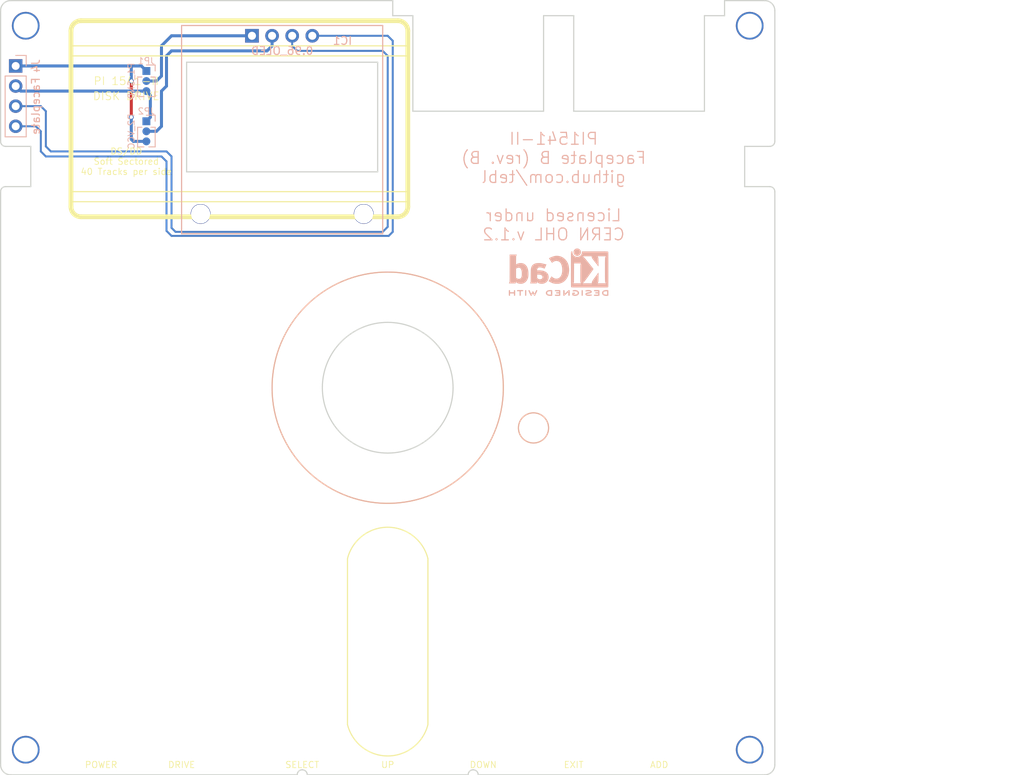
<source format=kicad_pcb>
(kicad_pcb (version 20171130) (host pcbnew "(5.1.8)-1")

  (general
    (thickness 1.6)
    (drawings 108)
    (tracks 58)
    (zones 0)
    (modules 9)
    (nets 7)
  )

  (page A4)
  (layers
    (0 F.Cu signal)
    (31 B.Cu signal)
    (32 B.Adhes user)
    (33 F.Adhes user)
    (34 B.Paste user)
    (35 F.Paste user)
    (36 B.SilkS user)
    (37 F.SilkS user)
    (38 B.Mask user)
    (39 F.Mask user)
    (40 Dwgs.User user)
    (41 Cmts.User user)
    (42 Eco1.User user)
    (43 Eco2.User user)
    (44 Edge.Cuts user)
    (45 Margin user)
    (46 B.CrtYd user)
    (47 F.CrtYd user)
    (48 B.Fab user)
    (49 F.Fab user)
  )

  (setup
    (last_trace_width 0.25)
    (user_trace_width 0.381)
    (trace_clearance 0.2)
    (zone_clearance 0.508)
    (zone_45_only no)
    (trace_min 0.2)
    (via_size 0.6)
    (via_drill 0.4)
    (via_min_size 0.4)
    (via_min_drill 0.3)
    (user_via 1 0.4)
    (uvia_size 0.3)
    (uvia_drill 0.1)
    (uvias_allowed no)
    (uvia_min_size 0.2)
    (uvia_min_drill 0.1)
    (edge_width 0.15)
    (segment_width 0.2)
    (pcb_text_width 0.3)
    (pcb_text_size 1.5 1.5)
    (mod_edge_width 0.15)
    (mod_text_size 1 1)
    (mod_text_width 0.15)
    (pad_size 1.524 1.524)
    (pad_drill 0.762)
    (pad_to_mask_clearance 0)
    (aux_axis_origin 0 0)
    (visible_elements 7FFFFFFF)
    (pcbplotparams
      (layerselection 0x011fc_ffffffff)
      (usegerberextensions true)
      (usegerberattributes false)
      (usegerberadvancedattributes false)
      (creategerberjobfile false)
      (excludeedgelayer true)
      (linewidth 0.100000)
      (plotframeref false)
      (viasonmask false)
      (mode 1)
      (useauxorigin false)
      (hpglpennumber 1)
      (hpglpenspeed 20)
      (hpglpendiameter 15.000000)
      (psnegative false)
      (psa4output false)
      (plotreference true)
      (plotvalue true)
      (plotinvisibletext false)
      (padsonsilk false)
      (subtractmaskfromsilk false)
      (outputformat 1)
      (mirror false)
      (drillshape 0)
      (scaleselection 1)
      (outputdirectory "export/"))
  )

  (net 0 "")
  (net 1 GND)
  (net 2 +3V3)
  (net 3 "Net-(IC1-Pad2)")
  (net 4 I2C_SCL)
  (net 5 I2C_SDA)
  (net 6 "Net-(IC1-Pad1)")

  (net_class Default "This is the default net class."
    (clearance 0.2)
    (trace_width 0.25)
    (via_dia 0.6)
    (via_drill 0.4)
    (uvia_dia 0.3)
    (uvia_drill 0.1)
    (add_net +3V3)
    (add_net GND)
    (add_net I2C_SCL)
    (add_net I2C_SDA)
    (add_net "Net-(IC1-Pad1)")
    (add_net "Net-(IC1-Pad2)")
  )

  (net_class Power ""
    (clearance 0.381)
    (trace_width 0.381)
    (via_dia 1)
    (via_drill 0.4)
    (uvia_dia 0.3)
    (uvia_drill 0.1)
  )

  (module i2c_oled:0.96_I2C_OLED_NEW locked (layer F.Cu) (tedit 5FA5B853) (tstamp 5F84F00D)
    (at 107.95 59.055)
    (descr "Through hole straight pin header, 1x04, 2.54mm pitch, single row")
    (tags "Through hole pin header THT 1x04 2.54mm single row")
    (path /5E3B718A)
    (fp_text reference IC1 (at 7.62 0.635) (layer B.SilkS)
      (effects (font (size 1 1) (thickness 0.15)) (justify mirror))
    )
    (fp_text value 0.96_OLED (at 0 1.905) (layer B.SilkS)
      (effects (font (size 1 1) (thickness 0.15)) (justify mirror))
    )
    (fp_line (start -12.35 2.6) (end -12.35 19.6) (layer Dwgs.User) (width 0.15))
    (fp_line (start 12.35 2.6) (end -12.35 2.6) (layer Dwgs.User) (width 0.15))
    (fp_line (start 12.35 19.6) (end 12.35 2.6) (layer Dwgs.User) (width 0.15))
    (fp_line (start -12.35 19.6) (end 12.35 19.6) (layer Dwgs.User) (width 0.15))
    (fp_line (start -12.7 -1.3) (end 12.7 -1.3) (layer B.SilkS) (width 0.15))
    (fp_line (start -12.7 -1.3) (end -12.7 25) (layer B.SilkS) (width 0.15))
    (fp_line (start -12.7 25) (end 12.7 25) (layer B.SilkS) (width 0.15))
    (fp_line (start 12.7 25) (end 12.7 -1.3) (layer B.SilkS) (width 0.15))
    (fp_line (start -7 19.6) (end -7 25) (layer Dwgs.User) (width 0.15))
    (fp_line (start 7 19.6) (end 7 25) (layer Dwgs.User) (width 0.15))
    (fp_text user %R (at 7.62 0.635 180) (layer F.Fab)
      (effects (font (size 1 1) (thickness 0.15)))
    )
    (pad "" np_thru_hole circle (at 10.3 22.5) (size 2.5 2.5) (drill 2.4) (layers *.Cu *.Mask))
    (pad "" np_thru_hole circle (at -10.3 22.5) (size 2.5 2.5) (drill 2.4) (layers *.Cu *.Mask))
    (pad 1 thru_hole rect (at -3.81 0) (size 1.7272 1.7272) (drill 1.016) (layers *.Cu *.Mask)
      (net 6 "Net-(IC1-Pad1)"))
    (pad 2 thru_hole circle (at -1.27 0) (size 1.7272 1.7272) (drill 1.016) (layers *.Cu *.Mask)
      (net 3 "Net-(IC1-Pad2)"))
    (pad 3 thru_hole circle (at 1.27 0) (size 1.7272 1.7272) (drill 1.016) (layers *.Cu *.Mask)
      (net 4 I2C_SCL))
    (pad 4 thru_hole circle (at 3.81 0) (size 1.7272 1.7272) (drill 1.016) (layers *.Cu *.Mask)
      (net 5 I2C_SDA))
  )

  (module mounting:M3 (layer F.Cu) (tedit 5F7625BA) (tstamp 5EE44CD3)
    (at 75.565 149.225)
    (descr "module 1 pin (ou trou mecanique de percage)")
    (tags DEV)
    (path /5E3B603D)
    (fp_text reference M1 (at 0 -3.048) (layer F.Fab) hide
      (effects (font (size 1 1) (thickness 0.15)))
    )
    (fp_text value Mounting (at 0 3) (layer F.Fab) hide
      (effects (font (size 1 1) (thickness 0.15)))
    )
    (fp_circle (center 0 0) (end 2 0.8) (layer F.Fab) (width 0.1))
    (fp_circle (center 0 0) (end 2.6 0) (layer F.CrtYd) (width 0.05))
    (pad "" np_thru_hole circle (at 0 0) (size 3.5 3.5) (drill 3.048) (layers *.Cu *.Mask)
      (solder_mask_margin 0.8))
  )

  (module mounting:M3 (layer F.Cu) (tedit 5F7625BA) (tstamp 5EE44CDB)
    (at 167.005 149.225)
    (descr "module 1 pin (ou trou mecanique de percage)")
    (tags DEV)
    (path /5E3B604F)
    (fp_text reference M2 (at 0 -3.048) (layer F.Fab) hide
      (effects (font (size 1 1) (thickness 0.15)))
    )
    (fp_text value Mounting (at 0 3) (layer F.Fab) hide
      (effects (font (size 1 1) (thickness 0.15)))
    )
    (fp_circle (center 0 0) (end 2 0.8) (layer F.Fab) (width 0.1))
    (fp_circle (center 0 0) (end 2.6 0) (layer F.CrtYd) (width 0.05))
    (pad "" np_thru_hole circle (at 0 0) (size 3.5 3.5) (drill 3.048) (layers *.Cu *.Mask)
      (solder_mask_margin 0.8))
  )

  (module mounting:M3 (layer F.Cu) (tedit 5F7625BA) (tstamp 5EE44CE3)
    (at 167.005 57.785)
    (descr "module 1 pin (ou trou mecanique de percage)")
    (tags DEV)
    (path /5E3B605A)
    (fp_text reference M3 (at 0 -3.048) (layer F.Fab) hide
      (effects (font (size 1 1) (thickness 0.15)))
    )
    (fp_text value Mounting (at 0 3) (layer F.Fab) hide
      (effects (font (size 1 1) (thickness 0.15)))
    )
    (fp_circle (center 0 0) (end 2 0.8) (layer F.Fab) (width 0.1))
    (fp_circle (center 0 0) (end 2.6 0) (layer F.CrtYd) (width 0.05))
    (pad "" np_thru_hole circle (at 0 0) (size 3.5 3.5) (drill 3.048) (layers *.Cu *.Mask)
      (solder_mask_margin 0.8))
  )

  (module mounting:M3 (layer F.Cu) (tedit 5F7625BA) (tstamp 5EE44CEB)
    (at 75.565 57.785)
    (descr "module 1 pin (ou trou mecanique de percage)")
    (tags DEV)
    (path /5E3B6065)
    (fp_text reference M4 (at 0 -3.048) (layer F.Fab) hide
      (effects (font (size 1 1) (thickness 0.15)))
    )
    (fp_text value Mounting (at 0 3) (layer F.Fab) hide
      (effects (font (size 1 1) (thickness 0.15)))
    )
    (fp_circle (center 0 0) (end 2 0.8) (layer F.Fab) (width 0.1))
    (fp_circle (center 0 0) (end 2.6 0) (layer F.CrtYd) (width 0.05))
    (pad "" np_thru_hole circle (at 0 0) (size 3.5 3.5) (drill 3.048) (layers *.Cu *.Mask)
      (solder_mask_margin 0.8))
  )

  (module Symbols:KiCad-Logo2_6mm_SilkScreen locked (layer B.Cu) (tedit 0) (tstamp 5EE53D9C)
    (at 142.875 88.9 180)
    (descr "KiCad Logo")
    (tags "Logo KiCad")
    (attr virtual)
    (fp_text reference REF*** (at 0 0) (layer B.SilkS) hide
      (effects (font (size 1 1) (thickness 0.15)) (justify mirror))
    )
    (fp_text value KiCad-Logo2_6mm_SilkScreen (at 0.75 0) (layer B.Fab) hide
      (effects (font (size 1 1) (thickness 0.15)) (justify mirror))
    )
    (fp_poly (pts (xy -6.121371 -2.269066) (xy -6.081889 -2.269467) (xy -5.9662 -2.272259) (xy -5.869311 -2.28055)
      (xy -5.787919 -2.295232) (xy -5.718723 -2.317193) (xy -5.65842 -2.347322) (xy -5.603708 -2.38651)
      (xy -5.584167 -2.403532) (xy -5.55175 -2.443363) (xy -5.52252 -2.497413) (xy -5.499991 -2.557323)
      (xy -5.487679 -2.614739) (xy -5.4864 -2.635956) (xy -5.494417 -2.694769) (xy -5.515899 -2.759013)
      (xy -5.546999 -2.819821) (xy -5.583866 -2.86833) (xy -5.589854 -2.874182) (xy -5.640579 -2.915321)
      (xy -5.696125 -2.947435) (xy -5.759696 -2.971365) (xy -5.834494 -2.987953) (xy -5.923722 -2.998041)
      (xy -6.030582 -3.002469) (xy -6.079528 -3.002845) (xy -6.141762 -3.002545) (xy -6.185528 -3.001292)
      (xy -6.214931 -2.998554) (xy -6.234079 -2.993801) (xy -6.247077 -2.986501) (xy -6.254045 -2.980267)
      (xy -6.260626 -2.972694) (xy -6.265788 -2.962924) (xy -6.269703 -2.94834) (xy -6.272543 -2.926326)
      (xy -6.27448 -2.894264) (xy -6.275684 -2.849536) (xy -6.276328 -2.789526) (xy -6.276583 -2.711617)
      (xy -6.276622 -2.635956) (xy -6.27687 -2.535041) (xy -6.276817 -2.454427) (xy -6.275857 -2.415822)
      (xy -6.129867 -2.415822) (xy -6.129867 -2.856089) (xy -6.036734 -2.856004) (xy -5.980693 -2.854396)
      (xy -5.921999 -2.850256) (xy -5.873028 -2.844464) (xy -5.871538 -2.844226) (xy -5.792392 -2.82509)
      (xy -5.731002 -2.795287) (xy -5.684305 -2.752878) (xy -5.654635 -2.706961) (xy -5.636353 -2.656026)
      (xy -5.637771 -2.6082) (xy -5.658988 -2.556933) (xy -5.700489 -2.503899) (xy -5.757998 -2.4646)
      (xy -5.83275 -2.438331) (xy -5.882708 -2.429035) (xy -5.939416 -2.422507) (xy -5.999519 -2.417782)
      (xy -6.050639 -2.415817) (xy -6.053667 -2.415808) (xy -6.129867 -2.415822) (xy -6.275857 -2.415822)
      (xy -6.27526 -2.391851) (xy -6.270998 -2.345055) (xy -6.26283 -2.311778) (xy -6.249556 -2.289759)
      (xy -6.229974 -2.276739) (xy -6.202883 -2.270457) (xy -6.167082 -2.268653) (xy -6.121371 -2.269066)) (layer B.SilkS) (width 0.01))
    (fp_poly (pts (xy -4.712794 -2.269146) (xy -4.643386 -2.269518) (xy -4.590997 -2.270385) (xy -4.552847 -2.271946)
      (xy -4.526159 -2.274403) (xy -4.508153 -2.277957) (xy -4.496049 -2.28281) (xy -4.487069 -2.289161)
      (xy -4.483818 -2.292084) (xy -4.464043 -2.323142) (xy -4.460482 -2.358828) (xy -4.473491 -2.39051)
      (xy -4.479506 -2.396913) (xy -4.489235 -2.403121) (xy -4.504901 -2.40791) (xy -4.529408 -2.411514)
      (xy -4.565661 -2.414164) (xy -4.616565 -2.416095) (xy -4.685026 -2.417539) (xy -4.747617 -2.418418)
      (xy -4.995334 -2.421467) (xy -4.998719 -2.486378) (xy -5.002105 -2.551289) (xy -4.833958 -2.551289)
      (xy -4.760959 -2.551919) (xy -4.707517 -2.554553) (xy -4.670628 -2.560309) (xy -4.647288 -2.570304)
      (xy -4.634494 -2.585656) (xy -4.629242 -2.607482) (xy -4.628445 -2.627738) (xy -4.630923 -2.652592)
      (xy -4.640277 -2.670906) (xy -4.659383 -2.683637) (xy -4.691118 -2.691741) (xy -4.738359 -2.696176)
      (xy -4.803983 -2.697899) (xy -4.839801 -2.698045) (xy -5.000978 -2.698045) (xy -5.000978 -2.856089)
      (xy -4.752622 -2.856089) (xy -4.671213 -2.856202) (xy -4.609342 -2.856712) (xy -4.563968 -2.85787)
      (xy -4.532054 -2.85993) (xy -4.510559 -2.863146) (xy -4.496443 -2.867772) (xy -4.486668 -2.874059)
      (xy -4.481689 -2.878667) (xy -4.46461 -2.90556) (xy -4.459111 -2.929467) (xy -4.466963 -2.958667)
      (xy -4.481689 -2.980267) (xy -4.489546 -2.987066) (xy -4.499688 -2.992346) (xy -4.514844 -2.996298)
      (xy -4.537741 -2.999113) (xy -4.571109 -3.000982) (xy -4.617675 -3.002098) (xy -4.680167 -3.002651)
      (xy -4.761314 -3.002833) (xy -4.803422 -3.002845) (xy -4.893598 -3.002765) (xy -4.963924 -3.002398)
      (xy -5.017129 -3.001552) (xy -5.05594 -3.000036) (xy -5.083087 -2.997659) (xy -5.101298 -2.994229)
      (xy -5.1133 -2.989554) (xy -5.121822 -2.983444) (xy -5.125156 -2.980267) (xy -5.131755 -2.97267)
      (xy -5.136927 -2.96287) (xy -5.140846 -2.948239) (xy -5.143684 -2.926152) (xy -5.145615 -2.893982)
      (xy -5.146812 -2.849103) (xy -5.147448 -2.788889) (xy -5.147697 -2.710713) (xy -5.147734 -2.637923)
      (xy -5.1477 -2.544707) (xy -5.147465 -2.471431) (xy -5.14683 -2.415458) (xy -5.145594 -2.374151)
      (xy -5.143556 -2.344872) (xy -5.140517 -2.324984) (xy -5.136277 -2.31185) (xy -5.130635 -2.302832)
      (xy -5.123391 -2.295293) (xy -5.121606 -2.293612) (xy -5.112945 -2.286172) (xy -5.102882 -2.280409)
      (xy -5.088625 -2.276112) (xy -5.067383 -2.273064) (xy -5.036364 -2.271051) (xy -4.992777 -2.26986)
      (xy -4.933831 -2.269275) (xy -4.856734 -2.269083) (xy -4.802001 -2.269067) (xy -4.712794 -2.269146)) (layer B.SilkS) (width 0.01))
    (fp_poly (pts (xy -3.691703 -2.270351) (xy -3.616888 -2.275581) (xy -3.547306 -2.28375) (xy -3.487002 -2.29455)
      (xy -3.44002 -2.307673) (xy -3.410406 -2.322813) (xy -3.40586 -2.327269) (xy -3.390054 -2.36185)
      (xy -3.394847 -2.397351) (xy -3.419364 -2.427725) (xy -3.420534 -2.428596) (xy -3.434954 -2.437954)
      (xy -3.450008 -2.442876) (xy -3.471005 -2.443473) (xy -3.503257 -2.439861) (xy -3.552073 -2.432154)
      (xy -3.556 -2.431505) (xy -3.628739 -2.422569) (xy -3.707217 -2.418161) (xy -3.785927 -2.418119)
      (xy -3.859361 -2.422279) (xy -3.922011 -2.430479) (xy -3.96837 -2.442557) (xy -3.971416 -2.443771)
      (xy -4.005048 -2.462615) (xy -4.016864 -2.481685) (xy -4.007614 -2.500439) (xy -3.978047 -2.518337)
      (xy -3.928911 -2.534837) (xy -3.860957 -2.549396) (xy -3.815645 -2.556406) (xy -3.721456 -2.569889)
      (xy -3.646544 -2.582214) (xy -3.587717 -2.594449) (xy -3.541785 -2.607661) (xy -3.505555 -2.622917)
      (xy -3.475838 -2.641285) (xy -3.449442 -2.663831) (xy -3.42823 -2.685971) (xy -3.403065 -2.716819)
      (xy -3.390681 -2.743345) (xy -3.386808 -2.776026) (xy -3.386667 -2.787995) (xy -3.389576 -2.827712)
      (xy -3.401202 -2.857259) (xy -3.421323 -2.883486) (xy -3.462216 -2.923576) (xy -3.507817 -2.954149)
      (xy -3.561513 -2.976203) (xy -3.626692 -2.990735) (xy -3.706744 -2.998741) (xy -3.805057 -3.001218)
      (xy -3.821289 -3.001177) (xy -3.886849 -2.999818) (xy -3.951866 -2.99673) (xy -4.009252 -2.992356)
      (xy -4.051922 -2.98714) (xy -4.055372 -2.986541) (xy -4.097796 -2.976491) (xy -4.13378 -2.963796)
      (xy -4.15415 -2.95219) (xy -4.173107 -2.921572) (xy -4.174427 -2.885918) (xy -4.158085 -2.854144)
      (xy -4.154429 -2.850551) (xy -4.139315 -2.839876) (xy -4.120415 -2.835276) (xy -4.091162 -2.836059)
      (xy -4.055651 -2.840127) (xy -4.01597 -2.843762) (xy -3.960345 -2.846828) (xy -3.895406 -2.849053)
      (xy -3.827785 -2.850164) (xy -3.81 -2.850237) (xy -3.742128 -2.849964) (xy -3.692454 -2.848646)
      (xy -3.65661 -2.845827) (xy -3.630224 -2.84105) (xy -3.608926 -2.833857) (xy -3.596126 -2.827867)
      (xy -3.568 -2.811233) (xy -3.550068 -2.796168) (xy -3.547447 -2.791897) (xy -3.552976 -2.774263)
      (xy -3.57926 -2.757192) (xy -3.624478 -2.741458) (xy -3.686808 -2.727838) (xy -3.705171 -2.724804)
      (xy -3.80109 -2.709738) (xy -3.877641 -2.697146) (xy -3.93778 -2.686111) (xy -3.98446 -2.67572)
      (xy -4.020637 -2.665056) (xy -4.049265 -2.653205) (xy -4.073298 -2.639251) (xy -4.095692 -2.622281)
      (xy -4.119402 -2.601378) (xy -4.12738 -2.594049) (xy -4.155353 -2.566699) (xy -4.17016 -2.545029)
      (xy -4.175952 -2.520232) (xy -4.176889 -2.488983) (xy -4.166575 -2.427705) (xy -4.135752 -2.37564)
      (xy -4.084595 -2.332958) (xy -4.013283 -2.299825) (xy -3.9624 -2.284964) (xy -3.9071 -2.275366)
      (xy -3.840853 -2.269936) (xy -3.767706 -2.268367) (xy -3.691703 -2.270351)) (layer B.SilkS) (width 0.01))
    (fp_poly (pts (xy -2.923822 -2.291645) (xy -2.917242 -2.299218) (xy -2.912079 -2.308987) (xy -2.908164 -2.323571)
      (xy -2.905324 -2.345585) (xy -2.903387 -2.377648) (xy -2.902183 -2.422375) (xy -2.901539 -2.482385)
      (xy -2.901284 -2.560294) (xy -2.901245 -2.635956) (xy -2.901314 -2.729802) (xy -2.901638 -2.803689)
      (xy -2.902386 -2.860232) (xy -2.903732 -2.902049) (xy -2.905846 -2.931757) (xy -2.9089 -2.951973)
      (xy -2.913066 -2.965314) (xy -2.918516 -2.974398) (xy -2.923822 -2.980267) (xy -2.956826 -2.999947)
      (xy -2.991991 -2.998181) (xy -3.023455 -2.976717) (xy -3.030684 -2.968337) (xy -3.036334 -2.958614)
      (xy -3.040599 -2.944861) (xy -3.043673 -2.924389) (xy -3.045752 -2.894512) (xy -3.04703 -2.852541)
      (xy -3.047701 -2.795789) (xy -3.047959 -2.721567) (xy -3.048 -2.637537) (xy -3.048 -2.324485)
      (xy -3.020291 -2.296776) (xy -2.986137 -2.273463) (xy -2.953006 -2.272623) (xy -2.923822 -2.291645)) (layer B.SilkS) (width 0.01))
    (fp_poly (pts (xy -1.950081 -2.274599) (xy -1.881565 -2.286095) (xy -1.828943 -2.303967) (xy -1.794708 -2.327499)
      (xy -1.785379 -2.340924) (xy -1.775893 -2.372148) (xy -1.782277 -2.400395) (xy -1.80243 -2.427182)
      (xy -1.833745 -2.439713) (xy -1.879183 -2.438696) (xy -1.914326 -2.431906) (xy -1.992419 -2.418971)
      (xy -2.072226 -2.417742) (xy -2.161555 -2.428241) (xy -2.186229 -2.43269) (xy -2.269291 -2.456108)
      (xy -2.334273 -2.490945) (xy -2.380461 -2.536604) (xy -2.407145 -2.592494) (xy -2.412663 -2.621388)
      (xy -2.409051 -2.680012) (xy -2.385729 -2.731879) (xy -2.344824 -2.775978) (xy -2.288459 -2.811299)
      (xy -2.21876 -2.836829) (xy -2.137852 -2.851559) (xy -2.04786 -2.854478) (xy -1.95091 -2.844575)
      (xy -1.945436 -2.843641) (xy -1.906875 -2.836459) (xy -1.885494 -2.829521) (xy -1.876227 -2.819227)
      (xy -1.874006 -2.801976) (xy -1.873956 -2.792841) (xy -1.873956 -2.754489) (xy -1.942431 -2.754489)
      (xy -2.0029 -2.750347) (xy -2.044165 -2.737147) (xy -2.068175 -2.71373) (xy -2.076877 -2.678936)
      (xy -2.076983 -2.674394) (xy -2.071892 -2.644654) (xy -2.054433 -2.623419) (xy -2.021939 -2.609366)
      (xy -1.971743 -2.601173) (xy -1.923123 -2.598161) (xy -1.852456 -2.596433) (xy -1.801198 -2.59907)
      (xy -1.766239 -2.6088) (xy -1.74447 -2.628353) (xy -1.73278 -2.660456) (xy -1.72806 -2.707838)
      (xy -1.7272 -2.770071) (xy -1.728609 -2.839535) (xy -1.732848 -2.886786) (xy -1.739936 -2.912012)
      (xy -1.741311 -2.913988) (xy -1.780228 -2.945508) (xy -1.837286 -2.97047) (xy -1.908869 -2.98834)
      (xy -1.991358 -2.998586) (xy -2.081139 -3.000673) (xy -2.174592 -2.994068) (xy -2.229556 -2.985956)
      (xy -2.315766 -2.961554) (xy -2.395892 -2.921662) (xy -2.462977 -2.869887) (xy -2.473173 -2.859539)
      (xy -2.506302 -2.816035) (xy -2.536194 -2.762118) (xy -2.559357 -2.705592) (xy -2.572298 -2.654259)
      (xy -2.573858 -2.634544) (xy -2.567218 -2.593419) (xy -2.549568 -2.542252) (xy -2.524297 -2.488394)
      (xy -2.494789 -2.439195) (xy -2.468719 -2.406334) (xy -2.407765 -2.357452) (xy -2.328969 -2.318545)
      (xy -2.235157 -2.290494) (xy -2.12915 -2.274179) (xy -2.032 -2.270192) (xy -1.950081 -2.274599)) (layer B.SilkS) (width 0.01))
    (fp_poly (pts (xy -1.300114 -2.273448) (xy -1.276548 -2.287273) (xy -1.245735 -2.309881) (xy -1.206078 -2.342338)
      (xy -1.15598 -2.385708) (xy -1.093843 -2.441058) (xy -1.018072 -2.509451) (xy -0.931334 -2.588084)
      (xy -0.750711 -2.751878) (xy -0.745067 -2.532029) (xy -0.743029 -2.456351) (xy -0.741063 -2.399994)
      (xy -0.738734 -2.359706) (xy -0.735606 -2.332235) (xy -0.731245 -2.314329) (xy -0.725216 -2.302737)
      (xy -0.717084 -2.294208) (xy -0.712772 -2.290623) (xy -0.678241 -2.27167) (xy -0.645383 -2.274441)
      (xy -0.619318 -2.290633) (xy -0.592667 -2.312199) (xy -0.589352 -2.627151) (xy -0.588435 -2.719779)
      (xy -0.587968 -2.792544) (xy -0.588113 -2.848161) (xy -0.589032 -2.889342) (xy -0.590887 -2.918803)
      (xy -0.593839 -2.939255) (xy -0.59805 -2.953413) (xy -0.603682 -2.963991) (xy -0.609927 -2.972474)
      (xy -0.623439 -2.988207) (xy -0.636883 -2.998636) (xy -0.652124 -3.002639) (xy -0.671026 -2.999094)
      (xy -0.695455 -2.986879) (xy -0.727273 -2.964871) (xy -0.768348 -2.931949) (xy -0.820542 -2.886991)
      (xy -0.885722 -2.828875) (xy -0.959556 -2.762099) (xy -1.224845 -2.521458) (xy -1.230489 -2.740589)
      (xy -1.232531 -2.816128) (xy -1.234502 -2.872354) (xy -1.236839 -2.912524) (xy -1.239981 -2.939896)
      (xy -1.244364 -2.957728) (xy -1.250424 -2.969279) (xy -1.2586 -2.977807) (xy -1.262784 -2.981282)
      (xy -1.299765 -3.000372) (xy -1.334708 -2.997493) (xy -1.365136 -2.9731) (xy -1.372097 -2.963286)
      (xy -1.377523 -2.951826) (xy -1.381603 -2.935968) (xy -1.384529 -2.912963) (xy -1.386492 -2.880062)
      (xy -1.387683 -2.834516) (xy -1.388292 -2.773573) (xy -1.388511 -2.694486) (xy -1.388534 -2.635956)
      (xy -1.38846 -2.544407) (xy -1.388113 -2.472687) (xy -1.387301 -2.418045) (xy -1.385833 -2.377732)
      (xy -1.383519 -2.348998) (xy -1.380167 -2.329093) (xy -1.375588 -2.315268) (xy -1.369589 -2.304772)
      (xy -1.365136 -2.298811) (xy -1.35385 -2.284691) (xy -1.343301 -2.274029) (xy -1.331893 -2.267892)
      (xy -1.31803 -2.267343) (xy -1.300114 -2.273448)) (layer B.SilkS) (width 0.01))
    (fp_poly (pts (xy 0.230343 -2.26926) (xy 0.306701 -2.270174) (xy 0.365217 -2.272311) (xy 0.408255 -2.276175)
      (xy 0.438183 -2.282267) (xy 0.457368 -2.29109) (xy 0.468176 -2.303146) (xy 0.472973 -2.318939)
      (xy 0.474127 -2.33897) (xy 0.474133 -2.341335) (xy 0.473131 -2.363992) (xy 0.468396 -2.381503)
      (xy 0.457333 -2.394574) (xy 0.437348 -2.403913) (xy 0.405846 -2.410227) (xy 0.360232 -2.414222)
      (xy 0.297913 -2.416606) (xy 0.216293 -2.418086) (xy 0.191277 -2.418414) (xy -0.0508 -2.421467)
      (xy -0.054186 -2.486378) (xy -0.057571 -2.551289) (xy 0.110576 -2.551289) (xy 0.176266 -2.551531)
      (xy 0.223172 -2.552556) (xy 0.255083 -2.554811) (xy 0.275791 -2.558742) (xy 0.289084 -2.564798)
      (xy 0.298755 -2.573424) (xy 0.298817 -2.573493) (xy 0.316356 -2.607112) (xy 0.315722 -2.643448)
      (xy 0.297314 -2.674423) (xy 0.293671 -2.677607) (xy 0.280741 -2.685812) (xy 0.263024 -2.691521)
      (xy 0.23657 -2.695162) (xy 0.197432 -2.697167) (xy 0.141662 -2.697964) (xy 0.105994 -2.698045)
      (xy -0.056445 -2.698045) (xy -0.056445 -2.856089) (xy 0.190161 -2.856089) (xy 0.27158 -2.856231)
      (xy 0.33341 -2.856814) (xy 0.378637 -2.858068) (xy 0.410248 -2.860227) (xy 0.431231 -2.863523)
      (xy 0.444573 -2.868189) (xy 0.453261 -2.874457) (xy 0.45545 -2.876733) (xy 0.471614 -2.90828)
      (xy 0.472797 -2.944168) (xy 0.459536 -2.975285) (xy 0.449043 -2.985271) (xy 0.438129 -2.990769)
      (xy 0.421217 -2.995022) (xy 0.395633 -2.99818) (xy 0.358701 -3.000392) (xy 0.307746 -3.001806)
      (xy 0.240094 -3.002572) (xy 0.153069 -3.002838) (xy 0.133394 -3.002845) (xy 0.044911 -3.002787)
      (xy -0.023773 -3.002467) (xy -0.075436 -3.001667) (xy -0.112855 -3.000167) (xy -0.13881 -2.997749)
      (xy -0.156078 -2.994194) (xy -0.167438 -2.989282) (xy -0.175668 -2.982795) (xy -0.180183 -2.978138)
      (xy -0.186979 -2.969889) (xy -0.192288 -2.959669) (xy -0.196294 -2.9448) (xy -0.199179 -2.922602)
      (xy -0.201126 -2.890393) (xy -0.202319 -2.845496) (xy -0.202939 -2.785228) (xy -0.203171 -2.706911)
      (xy -0.2032 -2.640994) (xy -0.203129 -2.548628) (xy -0.202792 -2.476117) (xy -0.202002 -2.420737)
      (xy -0.200574 -2.379765) (xy -0.198321 -2.350478) (xy -0.195057 -2.330153) (xy -0.190596 -2.316066)
      (xy -0.184752 -2.305495) (xy -0.179803 -2.298811) (xy -0.156406 -2.269067) (xy 0.133774 -2.269067)
      (xy 0.230343 -2.26926)) (layer B.SilkS) (width 0.01))
    (fp_poly (pts (xy 1.018309 -2.269275) (xy 1.147288 -2.273636) (xy 1.256991 -2.286861) (xy 1.349226 -2.309741)
      (xy 1.425802 -2.34307) (xy 1.488527 -2.387638) (xy 1.539212 -2.444236) (xy 1.579663 -2.513658)
      (xy 1.580459 -2.515351) (xy 1.604601 -2.577483) (xy 1.613203 -2.632509) (xy 1.606231 -2.687887)
      (xy 1.583654 -2.751073) (xy 1.579372 -2.760689) (xy 1.550172 -2.816966) (xy 1.517356 -2.860451)
      (xy 1.475002 -2.897417) (xy 1.41719 -2.934135) (xy 1.413831 -2.936052) (xy 1.363504 -2.960227)
      (xy 1.306621 -2.978282) (xy 1.239527 -2.990839) (xy 1.158565 -2.998522) (xy 1.060082 -3.001953)
      (xy 1.025286 -3.002251) (xy 0.859594 -3.002845) (xy 0.836197 -2.9731) (xy 0.829257 -2.963319)
      (xy 0.823842 -2.951897) (xy 0.819765 -2.936095) (xy 0.816837 -2.913175) (xy 0.814867 -2.880396)
      (xy 0.814225 -2.856089) (xy 0.970844 -2.856089) (xy 1.064726 -2.856089) (xy 1.119664 -2.854483)
      (xy 1.17606 -2.850255) (xy 1.222345 -2.844292) (xy 1.225139 -2.84379) (xy 1.307348 -2.821736)
      (xy 1.371114 -2.7886) (xy 1.418452 -2.742847) (xy 1.451382 -2.682939) (xy 1.457108 -2.667061)
      (xy 1.462721 -2.642333) (xy 1.460291 -2.617902) (xy 1.448467 -2.5854) (xy 1.44134 -2.569434)
      (xy 1.418 -2.527006) (xy 1.38988 -2.49724) (xy 1.35894 -2.476511) (xy 1.296966 -2.449537)
      (xy 1.217651 -2.429998) (xy 1.125253 -2.418746) (xy 1.058333 -2.41627) (xy 0.970844 -2.415822)
      (xy 0.970844 -2.856089) (xy 0.814225 -2.856089) (xy 0.813668 -2.835021) (xy 0.81305 -2.774311)
      (xy 0.812825 -2.695526) (xy 0.8128 -2.63392) (xy 0.8128 -2.324485) (xy 0.840509 -2.296776)
      (xy 0.852806 -2.285544) (xy 0.866103 -2.277853) (xy 0.884672 -2.27304) (xy 0.912786 -2.270446)
      (xy 0.954717 -2.26941) (xy 1.014737 -2.26927) (xy 1.018309 -2.269275)) (layer B.SilkS) (width 0.01))
    (fp_poly (pts (xy 3.744665 -2.271034) (xy 3.764255 -2.278035) (xy 3.76501 -2.278377) (xy 3.791613 -2.298678)
      (xy 3.80627 -2.319561) (xy 3.809138 -2.329352) (xy 3.808996 -2.342361) (xy 3.804961 -2.360895)
      (xy 3.796146 -2.387257) (xy 3.781669 -2.423752) (xy 3.760645 -2.472687) (xy 3.732188 -2.536365)
      (xy 3.695415 -2.617093) (xy 3.675175 -2.661216) (xy 3.638625 -2.739985) (xy 3.604315 -2.812423)
      (xy 3.573552 -2.87588) (xy 3.547648 -2.927708) (xy 3.52791 -2.965259) (xy 3.51565 -2.985884)
      (xy 3.513224 -2.988733) (xy 3.482183 -3.001302) (xy 3.447121 -2.999619) (xy 3.419 -2.984332)
      (xy 3.417854 -2.983089) (xy 3.406668 -2.966154) (xy 3.387904 -2.93317) (xy 3.363875 -2.88838)
      (xy 3.336897 -2.836032) (xy 3.327201 -2.816742) (xy 3.254014 -2.67015) (xy 3.17424 -2.829393)
      (xy 3.145767 -2.884415) (xy 3.11935 -2.932132) (xy 3.097148 -2.968893) (xy 3.081319 -2.991044)
      (xy 3.075954 -2.995741) (xy 3.034257 -3.002102) (xy 2.999849 -2.988733) (xy 2.989728 -2.974446)
      (xy 2.972214 -2.942692) (xy 2.948735 -2.896597) (xy 2.92072 -2.839285) (xy 2.889599 -2.77388)
      (xy 2.856799 -2.703507) (xy 2.82375 -2.631291) (xy 2.791881 -2.560355) (xy 2.762619 -2.493825)
      (xy 2.737395 -2.434826) (xy 2.717636 -2.386481) (xy 2.704772 -2.351915) (xy 2.700231 -2.334253)
      (xy 2.700277 -2.333613) (xy 2.711326 -2.311388) (xy 2.73341 -2.288753) (xy 2.73471 -2.287768)
      (xy 2.761853 -2.272425) (xy 2.786958 -2.272574) (xy 2.796368 -2.275466) (xy 2.807834 -2.281718)
      (xy 2.82001 -2.294014) (xy 2.834357 -2.314908) (xy 2.852336 -2.346949) (xy 2.875407 -2.392688)
      (xy 2.90503 -2.454677) (xy 2.931745 -2.511898) (xy 2.96248 -2.578226) (xy 2.990021 -2.637874)
      (xy 3.012938 -2.687725) (xy 3.029798 -2.724664) (xy 3.039173 -2.745573) (xy 3.04054 -2.748845)
      (xy 3.046689 -2.743497) (xy 3.060822 -2.721109) (xy 3.081057 -2.684946) (xy 3.105515 -2.638277)
      (xy 3.115248 -2.619022) (xy 3.148217 -2.554004) (xy 3.173643 -2.506654) (xy 3.193612 -2.474219)
      (xy 3.21021 -2.453946) (xy 3.225524 -2.443082) (xy 3.24164 -2.438875) (xy 3.252143 -2.4384)
      (xy 3.27067 -2.440042) (xy 3.286904 -2.446831) (xy 3.303035 -2.461566) (xy 3.321251 -2.487044)
      (xy 3.343739 -2.526061) (xy 3.372689 -2.581414) (xy 3.388662 -2.612903) (xy 3.41457 -2.663087)
      (xy 3.437167 -2.704704) (xy 3.454458 -2.734242) (xy 3.46445 -2.748189) (xy 3.465809 -2.74877)
      (xy 3.472261 -2.737793) (xy 3.486708 -2.70929) (xy 3.507703 -2.666244) (xy 3.533797 -2.611638)
      (xy 3.563546 -2.548454) (xy 3.57818 -2.517071) (xy 3.61625 -2.436078) (xy 3.646905 -2.373756)
      (xy 3.671737 -2.328071) (xy 3.692337 -2.296989) (xy 3.710298 -2.278478) (xy 3.72721 -2.270504)
      (xy 3.744665 -2.271034)) (layer B.SilkS) (width 0.01))
    (fp_poly (pts (xy 4.188614 -2.275877) (xy 4.212327 -2.290647) (xy 4.238978 -2.312227) (xy 4.238978 -2.633773)
      (xy 4.238893 -2.72783) (xy 4.238529 -2.801932) (xy 4.237724 -2.858704) (xy 4.236313 -2.900768)
      (xy 4.234133 -2.930748) (xy 4.231021 -2.951267) (xy 4.226814 -2.964949) (xy 4.221348 -2.974416)
      (xy 4.217472 -2.979082) (xy 4.186034 -2.999575) (xy 4.150233 -2.998739) (xy 4.118873 -2.981264)
      (xy 4.092222 -2.959684) (xy 4.092222 -2.312227) (xy 4.118873 -2.290647) (xy 4.144594 -2.274949)
      (xy 4.1656 -2.269067) (xy 4.188614 -2.275877)) (layer B.SilkS) (width 0.01))
    (fp_poly (pts (xy 4.963065 -2.269163) (xy 5.041772 -2.269542) (xy 5.102863 -2.270333) (xy 5.148817 -2.27167)
      (xy 5.182114 -2.273683) (xy 5.205236 -2.276506) (xy 5.220662 -2.280269) (xy 5.230871 -2.285105)
      (xy 5.235813 -2.288822) (xy 5.261457 -2.321358) (xy 5.264559 -2.355138) (xy 5.248711 -2.385826)
      (xy 5.238348 -2.398089) (xy 5.227196 -2.40645) (xy 5.211035 -2.411657) (xy 5.185642 -2.414457)
      (xy 5.146798 -2.415596) (xy 5.09028 -2.415821) (xy 5.07918 -2.415822) (xy 4.933244 -2.415822)
      (xy 4.933244 -2.686756) (xy 4.933148 -2.772154) (xy 4.932711 -2.837864) (xy 4.931712 -2.886774)
      (xy 4.929928 -2.921773) (xy 4.927137 -2.945749) (xy 4.923117 -2.961593) (xy 4.917645 -2.972191)
      (xy 4.910666 -2.980267) (xy 4.877734 -3.000112) (xy 4.843354 -2.998548) (xy 4.812176 -2.975906)
      (xy 4.809886 -2.9731) (xy 4.802429 -2.962492) (xy 4.796747 -2.950081) (xy 4.792601 -2.93285)
      (xy 4.78975 -2.907784) (xy 4.787954 -2.871867) (xy 4.786972 -2.822083) (xy 4.786564 -2.755417)
      (xy 4.786489 -2.679589) (xy 4.786489 -2.415822) (xy 4.647127 -2.415822) (xy 4.587322 -2.415418)
      (xy 4.545918 -2.41384) (xy 4.518748 -2.410547) (xy 4.501646 -2.404992) (xy 4.490443 -2.396631)
      (xy 4.489083 -2.395178) (xy 4.472725 -2.361939) (xy 4.474172 -2.324362) (xy 4.492978 -2.291645)
      (xy 4.50025 -2.285298) (xy 4.509627 -2.280266) (xy 4.523609 -2.276396) (xy 4.544696 -2.273537)
      (xy 4.575389 -2.271535) (xy 4.618189 -2.270239) (xy 4.675595 -2.269498) (xy 4.75011 -2.269158)
      (xy 4.844233 -2.269068) (xy 4.86426 -2.269067) (xy 4.963065 -2.269163)) (layer B.SilkS) (width 0.01))
    (fp_poly (pts (xy 6.228823 -2.274533) (xy 6.260202 -2.296776) (xy 6.287911 -2.324485) (xy 6.287911 -2.63392)
      (xy 6.287838 -2.725799) (xy 6.287495 -2.79784) (xy 6.286692 -2.85278) (xy 6.285241 -2.89336)
      (xy 6.282952 -2.922317) (xy 6.279636 -2.942391) (xy 6.275105 -2.956321) (xy 6.269169 -2.966845)
      (xy 6.264514 -2.9731) (xy 6.233783 -2.997673) (xy 6.198496 -3.000341) (xy 6.166245 -2.985271)
      (xy 6.155588 -2.976374) (xy 6.148464 -2.964557) (xy 6.144167 -2.945526) (xy 6.141991 -2.914992)
      (xy 6.141228 -2.868662) (xy 6.141155 -2.832871) (xy 6.141155 -2.698045) (xy 5.644444 -2.698045)
      (xy 5.644444 -2.8207) (xy 5.643931 -2.876787) (xy 5.641876 -2.915333) (xy 5.637508 -2.941361)
      (xy 5.630056 -2.959897) (xy 5.621047 -2.9731) (xy 5.590144 -2.997604) (xy 5.555196 -3.000506)
      (xy 5.521738 -2.983089) (xy 5.512604 -2.973959) (xy 5.506152 -2.961855) (xy 5.501897 -2.943001)
      (xy 5.499352 -2.91362) (xy 5.498029 -2.869937) (xy 5.497443 -2.808175) (xy 5.497375 -2.794)
      (xy 5.496891 -2.677631) (xy 5.496641 -2.581727) (xy 5.496723 -2.504177) (xy 5.497231 -2.442869)
      (xy 5.498262 -2.39569) (xy 5.499913 -2.36053) (xy 5.502279 -2.335276) (xy 5.505457 -2.317817)
      (xy 5.509544 -2.306041) (xy 5.514634 -2.297835) (xy 5.520266 -2.291645) (xy 5.552128 -2.271844)
      (xy 5.585357 -2.274533) (xy 5.616735 -2.296776) (xy 5.629433 -2.311126) (xy 5.637526 -2.326978)
      (xy 5.642042 -2.349554) (xy 5.644006 -2.384078) (xy 5.644444 -2.435776) (xy 5.644444 -2.551289)
      (xy 6.141155 -2.551289) (xy 6.141155 -2.432756) (xy 6.141662 -2.378148) (xy 6.143698 -2.341275)
      (xy 6.148035 -2.317307) (xy 6.155447 -2.301415) (xy 6.163733 -2.291645) (xy 6.195594 -2.271844)
      (xy 6.228823 -2.274533)) (layer B.SilkS) (width 0.01))
    (fp_poly (pts (xy -2.9464 2.510946) (xy -2.935535 2.397007) (xy -2.903918 2.289384) (xy -2.853015 2.190385)
      (xy -2.784293 2.102316) (xy -2.699219 2.027484) (xy -2.602232 1.969616) (xy -2.495964 1.929995)
      (xy -2.38895 1.911427) (xy -2.2833 1.912566) (xy -2.181125 1.93207) (xy -2.084534 1.968594)
      (xy -1.995638 2.020795) (xy -1.916546 2.087327) (xy -1.849369 2.166848) (xy -1.796217 2.258013)
      (xy -1.759199 2.359477) (xy -1.740427 2.469898) (xy -1.738489 2.519794) (xy -1.738489 2.607733)
      (xy -1.68656 2.607733) (xy -1.650253 2.604889) (xy -1.623355 2.593089) (xy -1.596249 2.569351)
      (xy -1.557867 2.530969) (xy -1.557867 0.339398) (xy -1.557876 0.077261) (xy -1.557908 -0.163241)
      (xy -1.557972 -0.383048) (xy -1.558076 -0.583101) (xy -1.558227 -0.764344) (xy -1.558434 -0.927716)
      (xy -1.558706 -1.07416) (xy -1.55905 -1.204617) (xy -1.559474 -1.320029) (xy -1.559987 -1.421338)
      (xy -1.560597 -1.509484) (xy -1.561312 -1.58541) (xy -1.56214 -1.650057) (xy -1.563089 -1.704367)
      (xy -1.564167 -1.74928) (xy -1.565383 -1.78574) (xy -1.566745 -1.814687) (xy -1.568261 -1.837063)
      (xy -1.569938 -1.853809) (xy -1.571786 -1.865868) (xy -1.573813 -1.87418) (xy -1.576025 -1.879687)
      (xy -1.577108 -1.881537) (xy -1.581271 -1.888549) (xy -1.584805 -1.894996) (xy -1.588635 -1.9009)
      (xy -1.593682 -1.906286) (xy -1.600871 -1.911178) (xy -1.611123 -1.915598) (xy -1.625364 -1.919572)
      (xy -1.644514 -1.923121) (xy -1.669499 -1.92627) (xy -1.70124 -1.929042) (xy -1.740662 -1.931461)
      (xy -1.788686 -1.933551) (xy -1.846237 -1.935335) (xy -1.914237 -1.936837) (xy -1.99361 -1.93808)
      (xy -2.085279 -1.939089) (xy -2.190166 -1.939885) (xy -2.309196 -1.940494) (xy -2.44329 -1.940939)
      (xy -2.593373 -1.941243) (xy -2.760367 -1.94143) (xy -2.945196 -1.941524) (xy -3.148783 -1.941548)
      (xy -3.37205 -1.941525) (xy -3.615922 -1.94148) (xy -3.881321 -1.941437) (xy -3.919704 -1.941432)
      (xy -4.186682 -1.941389) (xy -4.432002 -1.941318) (xy -4.656583 -1.941213) (xy -4.861345 -1.941066)
      (xy -5.047206 -1.940869) (xy -5.215088 -1.940616) (xy -5.365908 -1.9403) (xy -5.500587 -1.939913)
      (xy -5.620044 -1.939447) (xy -5.725199 -1.938897) (xy -5.816971 -1.938253) (xy -5.896279 -1.937511)
      (xy -5.964043 -1.936661) (xy -6.021182 -1.935697) (xy -6.068617 -1.934611) (xy -6.107266 -1.933397)
      (xy -6.138049 -1.932047) (xy -6.161885 -1.930555) (xy -6.179694 -1.928911) (xy -6.192395 -1.927111)
      (xy -6.200908 -1.925145) (xy -6.205266 -1.923477) (xy -6.213728 -1.919906) (xy -6.221497 -1.91727)
      (xy -6.228602 -1.914634) (xy -6.235073 -1.911062) (xy -6.240939 -1.905621) (xy -6.246229 -1.897375)
      (xy -6.250974 -1.88539) (xy -6.255202 -1.868731) (xy -6.258943 -1.846463) (xy -6.262227 -1.817652)
      (xy -6.265083 -1.781363) (xy -6.26754 -1.736661) (xy -6.269629 -1.682611) (xy -6.271378 -1.618279)
      (xy -6.272817 -1.54273) (xy -6.273976 -1.45503) (xy -6.274883 -1.354243) (xy -6.275569 -1.239434)
      (xy -6.276063 -1.10967) (xy -6.276395 -0.964015) (xy -6.276593 -0.801535) (xy -6.276687 -0.621295)
      (xy -6.276708 -0.42236) (xy -6.276685 -0.203796) (xy -6.276646 0.035332) (xy -6.276622 0.29596)
      (xy -6.276622 0.338111) (xy -6.276636 0.601008) (xy -6.276661 0.842268) (xy -6.276671 1.062835)
      (xy -6.276642 1.263648) (xy -6.276548 1.445651) (xy -6.276362 1.609784) (xy -6.276059 1.756989)
      (xy -6.275614 1.888208) (xy -6.275034 1.998133) (xy -5.972197 1.998133) (xy -5.932407 1.940289)
      (xy -5.921236 1.924521) (xy -5.911166 1.910559) (xy -5.902138 1.897216) (xy -5.894097 1.883307)
      (xy -5.886986 1.867644) (xy -5.880747 1.849042) (xy -5.875325 1.826314) (xy -5.870662 1.798273)
      (xy -5.866701 1.763733) (xy -5.863385 1.721508) (xy -5.860659 1.670411) (xy -5.858464 1.609256)
      (xy -5.856745 1.536856) (xy -5.855444 1.452025) (xy -5.854505 1.353578) (xy -5.85387 1.240326)
      (xy -5.853484 1.111084) (xy -5.853288 0.964666) (xy -5.853227 0.799884) (xy -5.853243 0.615553)
      (xy -5.85328 0.410487) (xy -5.853289 0.287867) (xy -5.853265 0.070918) (xy -5.853231 -0.124642)
      (xy -5.853243 -0.299999) (xy -5.853358 -0.456341) (xy -5.85363 -0.594857) (xy -5.854118 -0.716734)
      (xy -5.854876 -0.82316) (xy -5.855962 -0.915322) (xy -5.857431 -0.994409) (xy -5.85934 -1.061608)
      (xy -5.861744 -1.118107) (xy -5.864701 -1.165093) (xy -5.868266 -1.203755) (xy -5.872495 -1.23528)
      (xy -5.877446 -1.260855) (xy -5.883173 -1.28167) (xy -5.889733 -1.298911) (xy -5.897183 -1.313765)
      (xy -5.905579 -1.327422) (xy -5.914976 -1.341069) (xy -5.925432 -1.355893) (xy -5.931523 -1.364783)
      (xy -5.970296 -1.4224) (xy -5.438732 -1.4224) (xy -5.315483 -1.422365) (xy -5.212987 -1.422215)
      (xy -5.12942 -1.421878) (xy -5.062956 -1.421286) (xy -5.011771 -1.420367) (xy -4.974041 -1.419051)
      (xy -4.94794 -1.417269) (xy -4.931644 -1.414951) (xy -4.923328 -1.412026) (xy -4.921168 -1.408424)
      (xy -4.923339 -1.404075) (xy -4.924535 -1.402645) (xy -4.949685 -1.365573) (xy -4.975583 -1.312772)
      (xy -4.999192 -1.25077) (xy -5.007461 -1.224357) (xy -5.012078 -1.206416) (xy -5.015979 -1.185355)
      (xy -5.019248 -1.159089) (xy -5.021966 -1.125532) (xy -5.024215 -1.082599) (xy -5.026077 -1.028204)
      (xy -5.027636 -0.960262) (xy -5.028972 -0.876688) (xy -5.030169 -0.775395) (xy -5.031308 -0.6543)
      (xy -5.031685 -0.6096) (xy -5.032702 -0.484449) (xy -5.03346 -0.380082) (xy -5.033903 -0.294707)
      (xy -5.03397 -0.226533) (xy -5.033605 -0.173765) (xy -5.032748 -0.134614) (xy -5.031341 -0.107285)
      (xy -5.029325 -0.089986) (xy -5.026643 -0.080926) (xy -5.023236 -0.078312) (xy -5.019044 -0.080351)
      (xy -5.014571 -0.084667) (xy -5.004216 -0.097602) (xy -4.982158 -0.126676) (xy -4.949957 -0.169759)
      (xy -4.909174 -0.224718) (xy -4.86137 -0.289423) (xy -4.808105 -0.361742) (xy -4.75094 -0.439544)
      (xy -4.691437 -0.520698) (xy -4.631155 -0.603072) (xy -4.571655 -0.684536) (xy -4.514498 -0.762957)
      (xy -4.461245 -0.836204) (xy -4.413457 -0.902147) (xy -4.372693 -0.958654) (xy -4.340516 -1.003593)
      (xy -4.318485 -1.034834) (xy -4.313917 -1.041466) (xy -4.290996 -1.078369) (xy -4.264188 -1.126359)
      (xy -4.238789 -1.175897) (xy -4.235568 -1.182577) (xy -4.21389 -1.230772) (xy -4.201304 -1.268334)
      (xy -4.195574 -1.30416) (xy -4.194456 -1.3462) (xy -4.19509 -1.4224) (xy -3.040651 -1.4224)
      (xy -3.131815 -1.328669) (xy -3.178612 -1.278775) (xy -3.228899 -1.222295) (xy -3.274944 -1.168026)
      (xy -3.295369 -1.142673) (xy -3.325807 -1.103128) (xy -3.365862 -1.049916) (xy -3.414361 -0.984667)
      (xy -3.470135 -0.909011) (xy -3.532011 -0.824577) (xy -3.598819 -0.732994) (xy -3.669387 -0.635892)
      (xy -3.742545 -0.534901) (xy -3.817121 -0.43165) (xy -3.891944 -0.327768) (xy -3.965843 -0.224885)
      (xy -4.037646 -0.124631) (xy -4.106184 -0.028636) (xy -4.170284 0.061473) (xy -4.228775 0.144064)
      (xy -4.280486 0.217508) (xy -4.324247 0.280176) (xy -4.358885 0.330439) (xy -4.38323 0.366666)
      (xy -4.396111 0.387229) (xy -4.397869 0.391332) (xy -4.38991 0.402658) (xy -4.369115 0.429838)
      (xy -4.336847 0.471171) (xy -4.29447 0.524956) (xy -4.243347 0.589494) (xy -4.184841 0.663082)
      (xy -4.120314 0.744022) (xy -4.051131 0.830612) (xy -3.978653 0.921152) (xy -3.904246 1.01394)
      (xy -3.844517 1.088298) (xy -2.833511 1.088298) (xy -2.827602 1.075341) (xy -2.813272 1.053092)
      (xy -2.812225 1.051609) (xy -2.793438 1.021456) (xy -2.773791 0.984625) (xy -2.769892 0.976489)
      (xy -2.766356 0.96806) (xy -2.76323 0.957941) (xy -2.760486 0.94474) (xy -2.758092 0.927062)
      (xy -2.756019 0.903516) (xy -2.754235 0.872707) (xy -2.752712 0.833243) (xy -2.751419 0.783731)
      (xy -2.750326 0.722777) (xy -2.749403 0.648989) (xy -2.748619 0.560972) (xy -2.747945 0.457335)
      (xy -2.74735 0.336684) (xy -2.746805 0.197626) (xy -2.746279 0.038768) (xy -2.745745 -0.140089)
      (xy -2.745206 -0.325207) (xy -2.744772 -0.489145) (xy -2.744509 -0.633303) (xy -2.744484 -0.759079)
      (xy -2.744765 -0.867871) (xy -2.745419 -0.961077) (xy -2.746514 -1.040097) (xy -2.748118 -1.106328)
      (xy -2.750297 -1.16117) (xy -2.753119 -1.206021) (xy -2.756651 -1.242278) (xy -2.760961 -1.271341)
      (xy -2.766117 -1.294609) (xy -2.772185 -1.313479) (xy -2.779233 -1.329351) (xy -2.787329 -1.343622)
      (xy -2.79654 -1.357691) (xy -2.80504 -1.370158) (xy -2.822176 -1.396452) (xy -2.832322 -1.414037)
      (xy -2.833511 -1.417257) (xy -2.822604 -1.418334) (xy -2.791411 -1.419335) (xy -2.742223 -1.420235)
      (xy -2.677333 -1.42101) (xy -2.59903 -1.421637) (xy -2.509607 -1.422091) (xy -2.411356 -1.422349)
      (xy -2.342445 -1.4224) (xy -2.237452 -1.42218) (xy -2.14061 -1.421548) (xy -2.054107 -1.420549)
      (xy -1.980132 -1.419227) (xy -1.920874 -1.417626) (xy -1.87852 -1.415791) (xy -1.85526 -1.413765)
      (xy -1.851378 -1.412493) (xy -1.859076 -1.397591) (xy -1.867074 -1.38956) (xy -1.880246 -1.372434)
      (xy -1.897485 -1.342183) (xy -1.909407 -1.317622) (xy -1.936045 -1.258711) (xy -1.93912 -0.081845)
      (xy -1.942195 1.095022) (xy -2.387853 1.095022) (xy -2.48567 1.094858) (xy -2.576064 1.094389)
      (xy -2.65663 1.093653) (xy -2.724962 1.092684) (xy -2.778656 1.09152) (xy -2.815305 1.090197)
      (xy -2.832504 1.088751) (xy -2.833511 1.088298) (xy -3.844517 1.088298) (xy -3.82927 1.107278)
      (xy -3.75509 1.199463) (xy -3.683069 1.288796) (xy -3.614569 1.373576) (xy -3.550955 1.452102)
      (xy -3.493588 1.522674) (xy -3.443833 1.583591) (xy -3.403052 1.633153) (xy -3.385888 1.653822)
      (xy -3.299596 1.754484) (xy -3.222997 1.837741) (xy -3.154183 1.905562) (xy -3.091248 1.959911)
      (xy -3.081867 1.967278) (xy -3.042356 1.997883) (xy -4.174116 1.998133) (xy -4.168827 1.950156)
      (xy -4.17213 1.892812) (xy -4.193661 1.824537) (xy -4.233635 1.744788) (xy -4.278943 1.672505)
      (xy -4.295161 1.64986) (xy -4.323214 1.612304) (xy -4.36143 1.561979) (xy -4.408137 1.501027)
      (xy -4.461661 1.431589) (xy -4.520331 1.355806) (xy -4.582475 1.27582) (xy -4.646421 1.193772)
      (xy -4.710495 1.111804) (xy -4.773027 1.032057) (xy -4.832343 0.956673) (xy -4.886771 0.887793)
      (xy -4.934639 0.827558) (xy -4.974275 0.778111) (xy -5.004006 0.741592) (xy -5.022161 0.720142)
      (xy -5.02522 0.716844) (xy -5.028079 0.724851) (xy -5.030293 0.755145) (xy -5.031857 0.807444)
      (xy -5.032767 0.881469) (xy -5.03302 0.976937) (xy -5.032613 1.093566) (xy -5.031704 1.213555)
      (xy -5.030382 1.345667) (xy -5.028857 1.457406) (xy -5.026881 1.550975) (xy -5.024206 1.628581)
      (xy -5.020582 1.692426) (xy -5.015761 1.744717) (xy -5.009494 1.787656) (xy -5.001532 1.823449)
      (xy -4.991627 1.8543) (xy -4.979531 1.882414) (xy -4.964993 1.909995) (xy -4.950311 1.935034)
      (xy -4.912314 1.998133) (xy -5.972197 1.998133) (xy -6.275034 1.998133) (xy -6.275001 2.004383)
      (xy -6.274195 2.106456) (xy -6.27317 2.195367) (xy -6.2719 2.272059) (xy -6.27036 2.337473)
      (xy -6.268524 2.392551) (xy -6.266367 2.438235) (xy -6.263863 2.475466) (xy -6.260987 2.505187)
      (xy -6.257713 2.528338) (xy -6.254015 2.545861) (xy -6.249869 2.558699) (xy -6.245247 2.567792)
      (xy -6.240126 2.574082) (xy -6.234478 2.578512) (xy -6.228279 2.582022) (xy -6.221504 2.585555)
      (xy -6.215508 2.589124) (xy -6.210275 2.5917) (xy -6.202099 2.594028) (xy -6.189886 2.596122)
      (xy -6.172541 2.597993) (xy -6.148969 2.599653) (xy -6.118077 2.601116) (xy -6.078768 2.602392)
      (xy -6.02995 2.603496) (xy -5.970527 2.604439) (xy -5.899404 2.605233) (xy -5.815488 2.605891)
      (xy -5.717683 2.606425) (xy -5.604894 2.606847) (xy -5.476029 2.607171) (xy -5.329991 2.607408)
      (xy -5.165686 2.60757) (xy -4.98202 2.60767) (xy -4.777897 2.60772) (xy -4.566753 2.607733)
      (xy -2.9464 2.607733) (xy -2.9464 2.510946)) (layer B.SilkS) (width 0.01))
    (fp_poly (pts (xy 0.328429 2.050929) (xy 0.48857 2.029755) (xy 0.65251 1.989615) (xy 0.822313 1.930111)
      (xy 1.000043 1.850846) (xy 1.01131 1.845301) (xy 1.069005 1.817275) (xy 1.120552 1.793198)
      (xy 1.162191 1.774751) (xy 1.190162 1.763614) (xy 1.199733 1.761067) (xy 1.21895 1.756059)
      (xy 1.223561 1.751853) (xy 1.218458 1.74142) (xy 1.202418 1.715132) (xy 1.177288 1.675743)
      (xy 1.144914 1.626009) (xy 1.107143 1.568685) (xy 1.065822 1.506524) (xy 1.022798 1.442282)
      (xy 0.979917 1.378715) (xy 0.939026 1.318575) (xy 0.901971 1.26462) (xy 0.8706 1.219603)
      (xy 0.846759 1.186279) (xy 0.832294 1.167403) (xy 0.830309 1.165213) (xy 0.820191 1.169862)
      (xy 0.79785 1.187038) (xy 0.76728 1.21356) (xy 0.751536 1.228036) (xy 0.655047 1.303318)
      (xy 0.548336 1.358759) (xy 0.432832 1.393859) (xy 0.309962 1.40812) (xy 0.240561 1.406949)
      (xy 0.119423 1.389788) (xy 0.010205 1.353906) (xy -0.087418 1.299041) (xy -0.173772 1.22493)
      (xy -0.249185 1.131312) (xy -0.313982 1.017924) (xy -0.351399 0.931333) (xy -0.395252 0.795634)
      (xy -0.427572 0.64815) (xy -0.448443 0.492686) (xy -0.457949 0.333044) (xy -0.456173 0.173027)
      (xy -0.443197 0.016439) (xy -0.419106 -0.132918) (xy -0.383982 -0.27124) (xy -0.337908 -0.394724)
      (xy -0.321627 -0.428978) (xy -0.25338 -0.543064) (xy -0.172921 -0.639557) (xy -0.08143 -0.71767)
      (xy 0.019911 -0.776617) (xy 0.12992 -0.815612) (xy 0.247415 -0.833868) (xy 0.288883 -0.835211)
      (xy 0.410441 -0.82429) (xy 0.530878 -0.791474) (xy 0.648666 -0.737439) (xy 0.762277 -0.662865)
      (xy 0.853685 -0.584539) (xy 0.900215 -0.540008) (xy 1.081483 -0.837271) (xy 1.12658 -0.911433)
      (xy 1.167819 -0.979646) (xy 1.203735 -1.039459) (xy 1.232866 -1.08842) (xy 1.25375 -1.124079)
      (xy 1.264924 -1.143984) (xy 1.266375 -1.147079) (xy 1.258146 -1.156718) (xy 1.232567 -1.173999)
      (xy 1.192873 -1.197283) (xy 1.142297 -1.224934) (xy 1.084074 -1.255315) (xy 1.021437 -1.28679)
      (xy 0.957621 -1.317722) (xy 0.89586 -1.346473) (xy 0.839388 -1.371408) (xy 0.791438 -1.390889)
      (xy 0.767986 -1.399318) (xy 0.634221 -1.437133) (xy 0.496327 -1.462136) (xy 0.348622 -1.47514)
      (xy 0.221833 -1.477468) (xy 0.153878 -1.476373) (xy 0.088277 -1.474275) (xy 0.030847 -1.471434)
      (xy -0.012597 -1.468106) (xy -0.026702 -1.466422) (xy -0.165716 -1.437587) (xy -0.307243 -1.392468)
      (xy -0.444725 -1.33375) (xy -0.571606 -1.26412) (xy -0.649111 -1.211441) (xy -0.776519 -1.103239)
      (xy -0.894822 -0.976671) (xy -1.001828 -0.834866) (xy -1.095348 -0.680951) (xy -1.17319 -0.518053)
      (xy -1.217044 -0.400756) (xy -1.267292 -0.217128) (xy -1.300791 -0.022581) (xy -1.317551 0.178675)
      (xy -1.317584 0.382432) (xy -1.300899 0.584479) (xy -1.267507 0.780608) (xy -1.21742 0.966609)
      (xy -1.213603 0.978197) (xy -1.150719 1.14025) (xy -1.073972 1.288168) (xy -0.980758 1.426135)
      (xy -0.868473 1.558339) (xy -0.824608 1.603601) (xy -0.688466 1.727543) (xy -0.548509 1.830085)
      (xy -0.402589 1.912344) (xy -0.248558 1.975436) (xy -0.084268 2.020477) (xy 0.011289 2.037967)
      (xy 0.170023 2.053534) (xy 0.328429 2.050929)) (layer B.SilkS) (width 0.01))
    (fp_poly (pts (xy 2.673574 1.133448) (xy 2.825492 1.113433) (xy 2.960756 1.079798) (xy 3.080239 1.032275)
      (xy 3.184815 0.970595) (xy 3.262424 0.907035) (xy 3.331265 0.832901) (xy 3.385006 0.753129)
      (xy 3.42791 0.660909) (xy 3.443384 0.617839) (xy 3.456244 0.578858) (xy 3.467446 0.542711)
      (xy 3.47712 0.507566) (xy 3.485396 0.47159) (xy 3.492403 0.43295) (xy 3.498272 0.389815)
      (xy 3.503131 0.340351) (xy 3.50711 0.282727) (xy 3.51034 0.215109) (xy 3.512949 0.135666)
      (xy 3.515067 0.042564) (xy 3.516824 -0.066027) (xy 3.518349 -0.191942) (xy 3.519772 -0.337012)
      (xy 3.521025 -0.479778) (xy 3.522351 -0.635968) (xy 3.523556 -0.771239) (xy 3.524766 -0.887246)
      (xy 3.526106 -0.985645) (xy 3.5277 -1.068093) (xy 3.529675 -1.136246) (xy 3.532156 -1.19176)
      (xy 3.535269 -1.236292) (xy 3.539138 -1.271498) (xy 3.543889 -1.299034) (xy 3.549648 -1.320556)
      (xy 3.556539 -1.337722) (xy 3.564689 -1.352186) (xy 3.574223 -1.365606) (xy 3.585266 -1.379638)
      (xy 3.589566 -1.385071) (xy 3.605386 -1.40791) (xy 3.612422 -1.423463) (xy 3.612444 -1.423922)
      (xy 3.601567 -1.426121) (xy 3.570582 -1.428147) (xy 3.521957 -1.429942) (xy 3.458163 -1.431451)
      (xy 3.381669 -1.432616) (xy 3.294944 -1.43338) (xy 3.200457 -1.433686) (xy 3.18955 -1.433689)
      (xy 2.766657 -1.433689) (xy 2.763395 -1.337622) (xy 2.760133 -1.241556) (xy 2.698044 -1.292543)
      (xy 2.600714 -1.360057) (xy 2.490813 -1.414749) (xy 2.404349 -1.444978) (xy 2.335278 -1.459666)
      (xy 2.251925 -1.469659) (xy 2.162159 -1.474646) (xy 2.073845 -1.474313) (xy 1.994851 -1.468351)
      (xy 1.958622 -1.462638) (xy 1.818603 -1.424776) (xy 1.692178 -1.369932) (xy 1.58026 -1.298924)
      (xy 1.483762 -1.212568) (xy 1.4036 -1.111679) (xy 1.340687 -0.997076) (xy 1.296312 -0.870984)
      (xy 1.283978 -0.814401) (xy 1.276368 -0.752202) (xy 1.272739 -0.677363) (xy 1.272245 -0.643467)
      (xy 1.27231 -0.640282) (xy 2.032248 -0.640282) (xy 2.041541 -0.715333) (xy 2.069728 -0.77916)
      (xy 2.118197 -0.834798) (xy 2.123254 -0.839211) (xy 2.171548 -0.874037) (xy 2.223257 -0.89662)
      (xy 2.283989 -0.90854) (xy 2.359352 -0.911383) (xy 2.377459 -0.910978) (xy 2.431278 -0.908325)
      (xy 2.471308 -0.902909) (xy 2.506324 -0.892745) (xy 2.545103 -0.87585) (xy 2.555745 -0.870672)
      (xy 2.616396 -0.834844) (xy 2.663215 -0.792212) (xy 2.675952 -0.776973) (xy 2.720622 -0.720462)
      (xy 2.720622 -0.524586) (xy 2.720086 -0.445939) (xy 2.718396 -0.387988) (xy 2.715428 -0.348875)
      (xy 2.711057 -0.326741) (xy 2.706972 -0.320274) (xy 2.691047 -0.317111) (xy 2.657264 -0.314488)
      (xy 2.61034 -0.312655) (xy 2.554993 -0.311857) (xy 2.546106 -0.311842) (xy 2.42533 -0.317096)
      (xy 2.32266 -0.333263) (xy 2.236106 -0.360961) (xy 2.163681 -0.400808) (xy 2.108751 -0.447758)
      (xy 2.064204 -0.505645) (xy 2.03948 -0.568693) (xy 2.032248 -0.640282) (xy 1.27231 -0.640282)
      (xy 1.274178 -0.549712) (xy 1.282522 -0.470812) (xy 1.298768 -0.39959) (xy 1.324405 -0.328864)
      (xy 1.348401 -0.276493) (xy 1.40702 -0.181196) (xy 1.485117 -0.09317) (xy 1.580315 -0.014017)
      (xy 1.690238 0.05466) (xy 1.81251 0.111259) (xy 1.944755 0.154179) (xy 2.009422 0.169118)
      (xy 2.145604 0.191223) (xy 2.294049 0.205806) (xy 2.445505 0.212187) (xy 2.572064 0.210555)
      (xy 2.73395 0.203776) (xy 2.72653 0.262755) (xy 2.707238 0.361908) (xy 2.676104 0.442628)
      (xy 2.632269 0.505534) (xy 2.574871 0.551244) (xy 2.503048 0.580378) (xy 2.415941 0.593553)
      (xy 2.312686 0.591389) (xy 2.274711 0.587388) (xy 2.13352 0.56222) (xy 1.996707 0.521186)
      (xy 1.902178 0.483185) (xy 1.857018 0.46381) (xy 1.818585 0.44824) (xy 1.792234 0.438595)
      (xy 1.784546 0.436548) (xy 1.774802 0.445626) (xy 1.758083 0.474595) (xy 1.734232 0.523783)
      (xy 1.703093 0.593516) (xy 1.664507 0.684121) (xy 1.65791 0.699911) (xy 1.627853 0.772228)
      (xy 1.600874 0.837575) (xy 1.578136 0.893094) (xy 1.560806 0.935928) (xy 1.550048 0.963219)
      (xy 1.546941 0.972058) (xy 1.55694 0.976813) (xy 1.583217 0.98209) (xy 1.611489 0.985769)
      (xy 1.641646 0.990526) (xy 1.689433 0.999972) (xy 1.750612 1.01318) (xy 1.820946 1.029224)
      (xy 1.896194 1.04718) (xy 1.924755 1.054203) (xy 2.029816 1.079791) (xy 2.11748 1.099853)
      (xy 2.192068 1.115031) (xy 2.257903 1.125965) (xy 2.319307 1.133296) (xy 2.380602 1.137665)
      (xy 2.44611 1.139713) (xy 2.504128 1.140111) (xy 2.673574 1.133448)) (layer B.SilkS) (width 0.01))
    (fp_poly (pts (xy 6.186507 0.527755) (xy 6.186526 0.293338) (xy 6.186552 0.080397) (xy 6.186625 -0.112168)
      (xy 6.186782 -0.285459) (xy 6.187064 -0.440576) (xy 6.187509 -0.57862) (xy 6.188156 -0.700692)
      (xy 6.189045 -0.807894) (xy 6.190213 -0.901326) (xy 6.191701 -0.98209) (xy 6.193546 -1.051286)
      (xy 6.195789 -1.110015) (xy 6.198469 -1.159379) (xy 6.201623 -1.200478) (xy 6.205292 -1.234413)
      (xy 6.209513 -1.262286) (xy 6.214327 -1.285198) (xy 6.219773 -1.304249) (xy 6.225888 -1.32054)
      (xy 6.232712 -1.335173) (xy 6.240285 -1.349249) (xy 6.248645 -1.363868) (xy 6.253839 -1.372974)
      (xy 6.288104 -1.433689) (xy 5.429955 -1.433689) (xy 5.429955 -1.337733) (xy 5.429224 -1.29437)
      (xy 5.427272 -1.261205) (xy 5.424463 -1.243424) (xy 5.423221 -1.241778) (xy 5.411799 -1.248662)
      (xy 5.389084 -1.266505) (xy 5.366385 -1.285879) (xy 5.3118 -1.326614) (xy 5.242321 -1.367617)
      (xy 5.16527 -1.405123) (xy 5.087965 -1.435364) (xy 5.057113 -1.445012) (xy 4.988616 -1.459578)
      (xy 4.905764 -1.469539) (xy 4.816371 -1.474583) (xy 4.728248 -1.474396) (xy 4.649207 -1.468666)
      (xy 4.611511 -1.462858) (xy 4.473414 -1.424797) (xy 4.346113 -1.367073) (xy 4.230292 -1.290211)
      (xy 4.126637 -1.194739) (xy 4.035833 -1.081179) (xy 3.969031 -0.970381) (xy 3.914164 -0.853625)
      (xy 3.872163 -0.734276) (xy 3.842167 -0.608283) (xy 3.823311 -0.471594) (xy 3.814732 -0.320158)
      (xy 3.814006 -0.242711) (xy 3.8161 -0.185934) (xy 4.645217 -0.185934) (xy 4.645424 -0.279002)
      (xy 4.648337 -0.366692) (xy 4.654 -0.443772) (xy 4.662455 -0.505009) (xy 4.665038 -0.51735)
      (xy 4.69684 -0.624633) (xy 4.738498 -0.711658) (xy 4.790363 -0.778642) (xy 4.852781 -0.825805)
      (xy 4.9261 -0.853365) (xy 5.010669 -0.861541) (xy 5.106835 -0.850551) (xy 5.170311 -0.834829)
      (xy 5.219454 -0.816639) (xy 5.273583 -0.790791) (xy 5.314244 -0.767089) (xy 5.3848 -0.720721)
      (xy 5.3848 0.42947) (xy 5.317392 0.473038) (xy 5.238867 0.51396) (xy 5.154681 0.540611)
      (xy 5.069557 0.552535) (xy 4.988216 0.549278) (xy 4.91538 0.530385) (xy 4.883426 0.514816)
      (xy 4.825501 0.471819) (xy 4.776544 0.415047) (xy 4.73539 0.342425) (xy 4.700874 0.251879)
      (xy 4.671833 0.141334) (xy 4.670552 0.135467) (xy 4.660381 0.073212) (xy 4.652739 -0.004594)
      (xy 4.64767 -0.09272) (xy 4.645217 -0.185934) (xy 3.8161 -0.185934) (xy 3.821857 -0.029895)
      (xy 3.843802 0.165941) (xy 3.879786 0.344668) (xy 3.929759 0.506155) (xy 3.993668 0.650274)
      (xy 4.071462 0.776894) (xy 4.163089 0.885885) (xy 4.268497 0.977117) (xy 4.313662 1.008068)
      (xy 4.414611 1.064215) (xy 4.517901 1.103826) (xy 4.627989 1.127986) (xy 4.74933 1.137781)
      (xy 4.841836 1.136735) (xy 4.97149 1.125769) (xy 5.084084 1.103954) (xy 5.182875 1.070286)
      (xy 5.271121 1.023764) (xy 5.319986 0.989552) (xy 5.349353 0.967638) (xy 5.371043 0.952667)
      (xy 5.379253 0.948267) (xy 5.380868 0.959096) (xy 5.382159 0.989749) (xy 5.383138 1.037474)
      (xy 5.383817 1.099521) (xy 5.38421 1.173138) (xy 5.38433 1.255573) (xy 5.384188 1.344075)
      (xy 5.383797 1.435893) (xy 5.383171 1.528276) (xy 5.38232 1.618472) (xy 5.38126 1.703729)
      (xy 5.380001 1.781297) (xy 5.378556 1.848424) (xy 5.376938 1.902359) (xy 5.375161 1.94035)
      (xy 5.374669 1.947333) (xy 5.367092 2.017749) (xy 5.355531 2.072898) (xy 5.337792 2.120019)
      (xy 5.311682 2.166353) (xy 5.305415 2.175933) (xy 5.280983 2.212622) (xy 6.186311 2.212622)
      (xy 6.186507 0.527755)) (layer B.SilkS) (width 0.01))
    (fp_poly (pts (xy -2.273043 2.973429) (xy -2.176768 2.949191) (xy -2.090184 2.906359) (xy -2.015373 2.846581)
      (xy -1.954418 2.771506) (xy -1.909399 2.68278) (xy -1.883136 2.58647) (xy -1.877286 2.489205)
      (xy -1.89214 2.395346) (xy -1.92584 2.307489) (xy -1.976528 2.22823) (xy -2.042345 2.160164)
      (xy -2.121434 2.105888) (xy -2.211934 2.067998) (xy -2.2632 2.055574) (xy -2.307698 2.048053)
      (xy -2.341999 2.045081) (xy -2.37496 2.046906) (xy -2.415434 2.053775) (xy -2.448531 2.06075)
      (xy -2.541947 2.092259) (xy -2.625619 2.143383) (xy -2.697665 2.212571) (xy -2.7562 2.298272)
      (xy -2.770148 2.325511) (xy -2.786586 2.361878) (xy -2.796894 2.392418) (xy -2.80246 2.42455)
      (xy -2.804669 2.465693) (xy -2.804948 2.511778) (xy -2.800861 2.596135) (xy -2.787446 2.665414)
      (xy -2.762256 2.726039) (xy -2.722846 2.784433) (xy -2.684298 2.828698) (xy -2.612406 2.894516)
      (xy -2.537313 2.939947) (xy -2.454562 2.96715) (xy -2.376928 2.977424) (xy -2.273043 2.973429)) (layer B.SilkS) (width 0.01))
  )

  (module Pin_Headers:Pin_Header_Straight_1x04_Pitch2.54mm locked (layer B.Cu) (tedit 59650532) (tstamp 5EE47FBE)
    (at 74.295 62.865 180)
    (descr "Through hole straight pin header, 1x04, 2.54mm pitch, single row")
    (tags "Through hole pin header THT 1x04 2.54mm single row")
    (path /5F3B6F1D)
    (fp_text reference J4 (at -2.54 0 90) (layer B.SilkS)
      (effects (font (size 1 1) (thickness 0.15)) (justify mirror))
    )
    (fp_text value Faceplate (at -2.54 -5.08 90) (layer B.SilkS)
      (effects (font (size 1 1) (thickness 0.15)) (justify mirror))
    )
    (fp_line (start -0.635 1.27) (end 1.27 1.27) (layer B.Fab) (width 0.1))
    (fp_line (start 1.27 1.27) (end 1.27 -8.89) (layer B.Fab) (width 0.1))
    (fp_line (start 1.27 -8.89) (end -1.27 -8.89) (layer B.Fab) (width 0.1))
    (fp_line (start -1.27 -8.89) (end -1.27 0.635) (layer B.Fab) (width 0.1))
    (fp_line (start -1.27 0.635) (end -0.635 1.27) (layer B.Fab) (width 0.1))
    (fp_line (start -1.33 -8.95) (end 1.33 -8.95) (layer B.SilkS) (width 0.12))
    (fp_line (start -1.33 -1.27) (end -1.33 -8.95) (layer B.SilkS) (width 0.12))
    (fp_line (start 1.33 -1.27) (end 1.33 -8.95) (layer B.SilkS) (width 0.12))
    (fp_line (start -1.33 -1.27) (end 1.33 -1.27) (layer B.SilkS) (width 0.12))
    (fp_line (start -1.33 0) (end -1.33 1.33) (layer B.SilkS) (width 0.12))
    (fp_line (start -1.33 1.33) (end 0 1.33) (layer B.SilkS) (width 0.12))
    (fp_line (start -1.8 1.8) (end -1.8 -9.4) (layer B.CrtYd) (width 0.05))
    (fp_line (start -1.8 -9.4) (end 1.8 -9.4) (layer B.CrtYd) (width 0.05))
    (fp_line (start 1.8 -9.4) (end 1.8 1.8) (layer B.CrtYd) (width 0.05))
    (fp_line (start 1.8 1.8) (end -1.8 1.8) (layer B.CrtYd) (width 0.05))
    (fp_text user %R (at 0 -3.81 270) (layer B.Fab)
      (effects (font (size 1 1) (thickness 0.15)) (justify mirror))
    )
    (pad 4 thru_hole oval (at 0 -7.62 180) (size 1.7 1.7) (drill 1) (layers *.Cu *.Mask)
      (net 5 I2C_SDA))
    (pad 3 thru_hole oval (at 0 -5.08 180) (size 1.7 1.7) (drill 1) (layers *.Cu *.Mask)
      (net 4 I2C_SCL))
    (pad 2 thru_hole oval (at 0 -2.54 180) (size 1.7 1.7) (drill 1) (layers *.Cu *.Mask)
      (net 2 +3V3))
    (pad 1 thru_hole rect (at 0 0 180) (size 1.7 1.7) (drill 1) (layers *.Cu *.Mask)
      (net 1 GND))
    (model ${KISYS3DMOD}/Pin_Headers.3dshapes/Pin_Header_Straight_1x04_Pitch2.54mm.wrl
      (at (xyz 0 0 0))
      (scale (xyz 1 1 1))
      (rotate (xyz 0 0 0))
    )
  )

  (module wire_pads:OLED_SEL (layer B.Cu) (tedit 5ED8098C) (tstamp 5EE90F8F)
    (at 90.805 63.5 180)
    (descr "Through hole straight pin header, 1x03, 1.27mm pitch, single row")
    (tags "Through hole pin header THT 1x03 1.27mm single row")
    (path /5F14C67F)
    (fp_text reference JP1 (at 0 1.27) (layer B.SilkS)
      (effects (font (size 0.8 0.8) (thickness 0.1)) (justify mirror))
    )
    (fp_text value P1_GND (at 1.905 -1.27 270) (layer B.SilkS)
      (effects (font (size 0.8 0.8) (thickness 0.1)) (justify mirror))
    )
    (fp_line (start -0.525 0.635) (end 1.05 0.635) (layer B.Fab) (width 0.1))
    (fp_line (start 1.05 0.635) (end 1.05 -3.175) (layer B.Fab) (width 0.1))
    (fp_line (start 1.05 -3.175) (end -1.05 -3.175) (layer B.Fab) (width 0.1))
    (fp_line (start -1.05 -3.175) (end -1.05 0.11) (layer B.Fab) (width 0.1))
    (fp_line (start -1.05 0.11) (end -0.525 0.635) (layer B.Fab) (width 0.1))
    (fp_line (start -1.11 -3.235) (end -0.30753 -3.235) (layer B.SilkS) (width 0.12))
    (fp_line (start 0.30753 -3.235) (end 1.11 -3.235) (layer B.SilkS) (width 0.12))
    (fp_line (start -1.11 -0.76) (end -1.11 -3.235) (layer B.SilkS) (width 0.12))
    (fp_line (start 1.11 -0.76) (end 1.11 -3.235) (layer B.SilkS) (width 0.12))
    (fp_line (start -1.11 -0.76) (end -0.563471 -0.76) (layer B.SilkS) (width 0.12))
    (fp_line (start 0.563471 -0.76) (end 1.11 -0.76) (layer B.SilkS) (width 0.12))
    (fp_line (start -1.11 0) (end -1.11 0.76) (layer B.SilkS) (width 0.12))
    (fp_line (start -1.11 0.76) (end 0 0.76) (layer B.SilkS) (width 0.12))
    (fp_text user %R (at 0 1.905) (layer B.Fab)
      (effects (font (size 1 1) (thickness 0.15)) (justify mirror))
    )
    (pad 3 smd oval (at 0 -2.54 180) (size 1 1) (layers B.Cu B.Paste B.Mask)
      (net 2 +3V3))
    (pad 2 smd oval (at 0 -1.27 180) (size 1 1) (layers B.Cu B.Paste B.Mask)
      (net 6 "Net-(IC1-Pad1)"))
    (pad 1 smd rect (at 0 0 180) (size 1 1) (layers B.Cu B.Paste B.Mask)
      (net 1 GND))
    (model ${KISYS3DMOD}/Pin_Headers.3dshapes/Pin_Header_Straight_1x03_Pitch1.27mm.wrl
      (at (xyz 0 0 0))
      (scale (xyz 1 1 1))
      (rotate (xyz 0 0 0))
    )
  )

  (module wire_pads:OLED_SEL (layer B.Cu) (tedit 5ED8098C) (tstamp 5EE90FA3)
    (at 90.805 69.85 180)
    (descr "Through hole straight pin header, 1x03, 1.27mm pitch, single row")
    (tags "Through hole pin header THT 1x03 1.27mm single row")
    (path /5F12F8C1)
    (fp_text reference JP2 (at 0 1.27) (layer B.SilkS)
      (effects (font (size 0.8 0.8) (thickness 0.1)) (justify mirror))
    )
    (fp_text value P2_VCC (at 1.905 -1.27 270) (layer B.SilkS)
      (effects (font (size 0.8 0.8) (thickness 0.1)) (justify mirror))
    )
    (fp_line (start -1.11 0.76) (end 0 0.76) (layer B.SilkS) (width 0.12))
    (fp_line (start -1.11 0) (end -1.11 0.76) (layer B.SilkS) (width 0.12))
    (fp_line (start 0.563471 -0.76) (end 1.11 -0.76) (layer B.SilkS) (width 0.12))
    (fp_line (start -1.11 -0.76) (end -0.563471 -0.76) (layer B.SilkS) (width 0.12))
    (fp_line (start 1.11 -0.76) (end 1.11 -3.235) (layer B.SilkS) (width 0.12))
    (fp_line (start -1.11 -0.76) (end -1.11 -3.235) (layer B.SilkS) (width 0.12))
    (fp_line (start 0.30753 -3.235) (end 1.11 -3.235) (layer B.SilkS) (width 0.12))
    (fp_line (start -1.11 -3.235) (end -0.30753 -3.235) (layer B.SilkS) (width 0.12))
    (fp_line (start -1.05 0.11) (end -0.525 0.635) (layer B.Fab) (width 0.1))
    (fp_line (start -1.05 -3.175) (end -1.05 0.11) (layer B.Fab) (width 0.1))
    (fp_line (start 1.05 -3.175) (end -1.05 -3.175) (layer B.Fab) (width 0.1))
    (fp_line (start 1.05 0.635) (end 1.05 -3.175) (layer B.Fab) (width 0.1))
    (fp_line (start -0.525 0.635) (end 1.05 0.635) (layer B.Fab) (width 0.1))
    (fp_text user %R (at 0 1.905) (layer B.Fab)
      (effects (font (size 1 1) (thickness 0.15)) (justify mirror))
    )
    (pad 1 smd rect (at 0 0 180) (size 1 1) (layers B.Cu B.Paste B.Mask)
      (net 2 +3V3))
    (pad 2 smd oval (at 0 -1.27 180) (size 1 1) (layers B.Cu B.Paste B.Mask)
      (net 3 "Net-(IC1-Pad2)"))
    (pad 3 smd oval (at 0 -2.54 180) (size 1 1) (layers B.Cu B.Paste B.Mask)
      (net 1 GND))
    (model ${KISYS3DMOD}/Pin_Headers.3dshapes/Pin_Header_Straight_1x03_Pitch1.27mm.wrl
      (at (xyz 0 0 0))
      (scale (xyz 1 1 1))
      (rotate (xyz 0 0 0))
    )
  )

  (gr_circle (center 121.285 103.505) (end 133.985 103.505) (layer B.Mask) (width 3.8) (tstamp 5F76201F))
  (gr_circle (center 121.285 103.505) (end 135.89 103.505) (layer B.SilkS) (width 0.15) (tstamp 5F76201E))
  (gr_poly (pts (xy 140.335 107.95) (xy 139.065 107.95) (xy 139.065 109.22) (xy 140.335 109.22)) (layer B.Mask) (width 0.1) (tstamp 5F761FDF))
  (gr_circle (center 139.7 108.585) (end 140.335 108.585) (layer B.Mask) (width 1.15) (tstamp 5F761FDE))
  (gr_circle (center 139.7 108.585) (end 140.97 108.585) (layer B.Mask) (width 1.15) (tstamp 5F761FDD))
  (gr_circle (center 139.7 108.585) (end 141.605 108.585) (layer B.SilkS) (width 0.15) (tstamp 5F761FDC))
  (gr_arc (start 121.285 127) (end 116.84 125.73) (angle 142.2531762) (layer B.Mask) (width 1.25) (tstamp 5F761F58))
  (gr_arc (start 121.285 127.635) (end 116.84 126.365) (angle 142.2531923) (layer B.Mask) (width 1.25) (tstamp 5F761F57))
  (gr_arc (start 121.285 126.365) (end 116.84 125.095) (angle 148.1092082) (layer B.Mask) (width 1.25) (tstamp 5F761F56))
  (gr_arc (start 121.285 127) (end 118.11 125.73) (angle 136.397181) (layer B.Mask) (width 1.25) (tstamp 5F761F55))
  (gr_poly (pts (xy 126.365 125.095) (xy 116.205 125.095) (xy 116.205 146.05) (xy 126.365 146.05)) (layer B.Mask) (width 0.1) (tstamp 5F761F54))
  (gr_arc (start 121.285 144.78) (end 125.73 146.05) (angle 148.1092082) (layer B.Mask) (width 1.25) (tstamp 5F761F53))
  (gr_arc (start 121.285 142.875) (end 124.46 144.145) (angle 136.397181) (layer B.Mask) (width 1.25) (tstamp 5F761F52))
  (gr_arc (start 121.285 143.51) (end 124.46 144.78) (angle 136.397181) (layer B.Mask) (width 1.25) (tstamp 5F761F51))
  (gr_arc (start 121.285 128.27) (end 118.11 127) (angle 136.397181) (layer B.Mask) (width 1.25) (tstamp 5F761F50))
  (gr_arc (start 121.285 143.51) (end 125.73 144.78) (angle 142.2531923) (layer B.Mask) (width 1.25) (tstamp 5F761F4F))
  (gr_arc (start 121.285 144.145) (end 125.73 145.415) (angle 148.1092082) (layer B.Mask) (width 1.25) (tstamp 5F761F4E))
  (gr_text DRIVE (at 95.25 151.13) (layer F.SilkS) (tstamp 5F70F0A3)
    (effects (font (size 0.8 0.8) (thickness 0.1)))
  )
  (gr_text POWER (at 85.09 151.13) (layer F.SilkS) (tstamp 5F70F0A3)
    (effects (font (size 0.8 0.8) (thickness 0.1)))
  )
  (gr_line (start 163.83 54.61) (end 168.91 54.61) (layer Edge.Cuts) (width 0.15) (tstamp 5EED24ED))
  (gr_line (start 121.92 56.515) (end 124.46 56.515) (layer Edge.Cuts) (width 0.15) (tstamp 5EED24D9))
  (gr_line (start 121.92 56.515) (end 121.92 54.61) (layer Edge.Cuts) (width 0.15))
  (gr_line (start 144.78 56.515) (end 140.97 56.515) (layer Edge.Cuts) (width 0.15) (tstamp 5EED24C6))
  (gr_line (start 163.83 56.515) (end 163.83 54.61) (layer Edge.Cuts) (width 0.15))
  (gr_line (start 161.29 56.515) (end 163.83 56.515) (layer Edge.Cuts) (width 0.15))
  (gr_line (start 124.46 56.515) (end 124.46 68.58) (layer Edge.Cuts) (width 0.15) (tstamp 5EED248B))
  (gr_line (start 140.97 56.515) (end 140.97 68.58) (layer Edge.Cuts) (width 0.15) (tstamp 5EED248B))
  (gr_line (start 144.78 56.515) (end 144.78 68.58) (layer Edge.Cuts) (width 0.15) (tstamp 5EED2485))
  (gr_line (start 161.29 56.515) (end 161.29 68.58) (layer Edge.Cuts) (width 0.15))
  (gr_line (start 140.97 68.58) (end 124.46 68.58) (layer Edge.Cuts) (width 0.15) (tstamp 5EED243B))
  (gr_line (start 161.29 68.58) (end 144.78 68.58) (layer Edge.Cuts) (width 0.15))
  (gr_text ADD (at 155.575 151.13) (layer F.SilkS) (tstamp 5EED1761)
    (effects (font (size 0.8 0.8) (thickness 0.1)))
  )
  (gr_text EXIT (at 144.78 151.13) (layer F.SilkS) (tstamp 5EED1748)
    (effects (font (size 0.8 0.8) (thickness 0.1)))
  )
  (gr_text DOWN (at 133.35 151.13) (layer F.SilkS) (tstamp 5EED1725)
    (effects (font (size 0.8 0.8) (thickness 0.1)))
  )
  (gr_text UP (at 121.285 151.13) (layer F.SilkS) (tstamp 5EED1704)
    (effects (font (size 0.8 0.8) (thickness 0.1)))
  )
  (gr_text SELECT (at 110.49 151.13) (layer F.SilkS)
    (effects (font (size 0.8 0.8) (thickness 0.1)))
  )
  (gr_circle (center 95.25 148.59) (end 96.52 148.59) (layer B.Mask) (width 2.5) (tstamp 5EED1197))
  (gr_circle (center 85.09 148.59) (end 86.36 148.59) (layer B.Mask) (width 2.5) (tstamp 5EED1154))
  (gr_text "DISK DRIVE" (at 88.265 66.675) (layer F.SilkS) (tstamp 5EED0F81)
    (effects (font (size 1 1) (thickness 0.1)))
  )
  (gr_text "PI 1541-II" (at 88.265 64.77) (layer F.SilkS)
    (effects (font (size 1 1) (thickness 0.1)))
  )
  (gr_arc (start 121.285 127) (end 125.73 125.73) (angle -148.1092082) (layer F.Mask) (width 1.25) (tstamp 5EED0D3B))
  (gr_arc (start 121.285 127.635) (end 125.73 126.365) (angle -142.2531923) (layer F.Mask) (width 1.25) (tstamp 5EED0D2C))
  (gr_arc (start 121.285 126.365) (end 125.73 125.095) (angle -148.1092082) (layer F.Mask) (width 1.25) (tstamp 5EED0D2B))
  (gr_arc (start 121.285 127.635) (end 124.46 126.365) (angle -136.397181) (layer F.Mask) (width 1.25) (tstamp 5EED0D2A))
  (gr_arc (start 121.285 128.27) (end 124.46 127) (angle -136.397181) (layer F.Mask) (width 1.25) (tstamp 5EED0D29))
  (gr_arc (start 121.285 143.51) (end 118.11 144.78) (angle -136.397181) (layer F.Mask) (width 1.25) (tstamp 5EED0CE6))
  (gr_arc (start 121.285 142.875) (end 118.11 144.145) (angle -136.397181) (layer F.Mask) (width 1.25) (tstamp 5EED0CE6))
  (gr_line (start 81.28 78.74) (end 123.825 78.74) (layer F.SilkS) (width 0.15))
  (gr_line (start 81.28 80.01) (end 123.825 80.01) (layer F.SilkS) (width 0.15))
  (gr_line (start 131.445 152.4) (end 111.125 152.4) (layer Edge.Cuts) (width 0.15) (tstamp 5EEB9B4D))
  (gr_text "DS/DD\nSoft Sectored\n40 Tracks per side" (at 88.265 74.93) (layer F.SilkS)
    (effects (font (size 0.8 0.8) (thickness 0.1)))
  )
  (gr_line (start 81.28 60.325) (end 123.825 60.325) (layer F.SilkS) (width 0.15))
  (gr_line (start 81.28 61.595) (end 123.825 61.595) (layer F.SilkS) (width 0.15))
  (gr_line (start 81.28 80.645) (end 81.28 58.42) (layer F.SilkS) (width 0.6) (tstamp 5EE92722))
  (gr_line (start 122.555 81.915) (end 82.55 81.915) (layer F.SilkS) (width 0.6) (tstamp 5EE92721))
  (gr_line (start 123.825 58.42) (end 123.825 80.645) (layer F.SilkS) (width 0.6) (tstamp 5EE92720))
  (gr_line (start 82.55 57.15) (end 122.555 57.15) (layer F.SilkS) (width 0.6) (tstamp 5EE9271F))
  (gr_arc (start 82.55 80.645) (end 81.28 80.645) (angle -90) (layer F.SilkS) (width 0.6) (tstamp 5EE92713))
  (gr_arc (start 122.555 80.645) (end 122.555 81.915) (angle -90) (layer F.SilkS) (width 0.6) (tstamp 5EE92713))
  (gr_arc (start 122.555 58.42) (end 123.825 58.42) (angle -90) (layer F.SilkS) (width 0.6) (tstamp 5EE92713))
  (gr_arc (start 82.55 58.42) (end 82.55 57.15) (angle -90) (layer F.SilkS) (width 0.6) (tstamp 5EE9270B))
  (gr_poly (pts (xy 140.335 109.22) (xy 139.065 109.22) (xy 139.065 107.95) (xy 140.335 107.95)) (layer F.Mask) (width 0.1))
  (gr_circle (center 139.7 108.585) (end 140.335 108.585) (layer F.Mask) (width 1.15) (tstamp 5EE926BB))
  (gr_circle (center 139.7 108.585) (end 140.97 108.585) (layer F.Mask) (width 1.15) (tstamp 5EE926B0))
  (gr_circle (center 139.7 108.585) (end 141.605 108.585) (layer F.SilkS) (width 0.15))
  (gr_arc (start 121.285 144.145) (end 118.11 145.415) (angle -136.397181) (layer F.Mask) (width 1.25) (tstamp 5EE9266E))
  (gr_arc (start 121.285 143.51) (end 116.84 144.78) (angle -142.2531923) (layer F.Mask) (width 1.25) (tstamp 5EE9266E))
  (gr_arc (start 121.285 144.145) (end 116.84 145.415) (angle -142.2531762) (layer F.Mask) (width 1.25) (tstamp 5EE9266E))
  (gr_poly (pts (xy 126.365 146.05) (xy 116.205 146.05) (xy 116.205 125.095) (xy 126.365 125.095)) (layer F.Mask) (width 0.1))
  (gr_arc (start 121.285 144.78) (end 116.84 146.05) (angle -148.1092082) (layer F.Mask) (width 1.25) (tstamp 5EE9264B))
  (gr_circle (center 121.285 103.505) (end 133.985 103.505) (layer F.Mask) (width 3.8) (tstamp 5EE92516))
  (gr_circle (center 121.285 103.505) (end 129.54 103.505) (layer Edge.Cuts) (width 0.15) (tstamp 5EE924D3))
  (gr_circle (center 121.285 103.505) (end 135.89 103.505) (layer F.SilkS) (width 0.15))
  (gr_line (start 126.365 125.095) (end 126.365 146.05) (layer F.SilkS) (width 0.15) (tstamp 5EE923B2))
  (gr_line (start 116.205 146.05) (end 116.205 125.095) (layer F.SilkS) (width 0.15) (tstamp 5EE923B1))
  (gr_arc (start 121.285 126.365) (end 126.365 125.095) (angle -151.9275131) (layer F.SilkS) (width 0.15) (tstamp 5EE923AA))
  (gr_arc (start 121.285 144.78) (end 116.205 146.05) (angle -151.9275131) (layer F.SilkS) (width 0.15))
  (gr_line (start 132.715 152.4) (end 168.91 152.4) (layer Edge.Cuts) (width 0.15) (tstamp 5EE92364))
  (gr_arc (start 132.08 152.4) (end 132.08 151.765) (angle -90) (layer Edge.Cuts) (width 0.15) (tstamp 5EE9235D))
  (gr_arc (start 132.08 152.4) (end 132.715 152.4) (angle -90) (layer Edge.Cuts) (width 0.15) (tstamp 5EE9235C))
  (gr_arc (start 110.49 152.4) (end 111.125 152.4) (angle -90) (layer Edge.Cuts) (width 0.15) (tstamp 5EE9234D))
  (gr_arc (start 110.49 152.4) (end 110.49 151.765) (angle -90) (layer Edge.Cuts) (width 0.15) (tstamp 5EE9234D))
  (gr_line (start 170.18 55.88) (end 170.18 72.39) (layer Edge.Cuts) (width 0.15) (tstamp 5EE9230F))
  (gr_arc (start 169.545 72.39) (end 169.545 73.025) (angle -90) (layer Edge.Cuts) (width 0.15) (tstamp 5EE92308))
  (gr_line (start 166.37 78.105) (end 169.545 78.105) (layer Edge.Cuts) (width 0.15) (tstamp 5EE92305))
  (gr_line (start 166.37 78.105) (end 166.37 73.025) (layer Edge.Cuts) (width 0.15) (tstamp 5EE922FB))
  (gr_line (start 166.37 73.025) (end 169.545 73.025) (layer Edge.Cuts) (width 0.15) (tstamp 5EE922FA))
  (gr_arc (start 169.545 78.74) (end 170.18 78.74) (angle -90) (layer Edge.Cuts) (width 0.15) (tstamp 5EE922E7))
  (gr_arc (start 73.025 78.74) (end 73.025 78.105) (angle -90) (layer Edge.Cuts) (width 0.15) (tstamp 5EE922E7))
  (gr_arc (start 73.025 72.39) (end 72.39 72.39) (angle -90) (layer Edge.Cuts) (width 0.15))
  (gr_line (start 95.885 76.24) (end 95.885 62.395) (layer Edge.Cuts) (width 0.15) (tstamp 5EE91AA1))
  (gr_line (start 120.015 76.24) (end 95.885 76.24) (layer Edge.Cuts) (width 0.15))
  (gr_line (start 120.015 62.395) (end 120.015 76.24) (layer Edge.Cuts) (width 0.15))
  (gr_line (start 95.885 62.395) (end 120.015 62.395) (layer Edge.Cuts) (width 0.15))
  (gr_text "PI1541-II\nFaceplate B (rev. B)\ngithub.com/tebl\n\nLicensed under\nCERN OHL v.1.2" (at 142.24 78.105) (layer B.SilkS)
    (effects (font (size 1.5 1.5) (thickness 0.15)) (justify mirror))
  )
  (gr_line (start 76.2 78.105) (end 73.025 78.105) (layer Edge.Cuts) (width 0.15))
  (gr_line (start 76.2 73.025) (end 76.2 78.105) (layer Edge.Cuts) (width 0.15))
  (gr_line (start 73.025 73.025) (end 76.2 73.025) (layer Edge.Cuts) (width 0.15))
  (gr_text "Disk dimensions: 133.7mm\nPCB dimensions: 97,79mm\nScale factor:     0.73" (at 180.975 102.87) (layer Dwgs.User)
    (effects (font (size 1 1) (thickness 0.15)) (justify left))
  )
  (gr_line (start 72.39 78.74) (end 72.39 151.13) (layer Edge.Cuts) (width 0.15) (tstamp 5EE4367E))
  (gr_line (start 72.39 72.39) (end 72.39 55.88) (layer Edge.Cuts) (width 0.15) (tstamp 5E634764))
  (gr_line (start 121.92 54.61) (end 73.66 54.61) (angle 90) (layer Edge.Cuts) (width 0.15))
  (gr_arc (start 73.66 55.88) (end 72.39 55.88) (angle 90) (layer Edge.Cuts) (width 0.15))
  (gr_arc (start 168.91 55.88) (end 168.91 54.61) (angle 90) (layer Edge.Cuts) (width 0.15))
  (gr_line (start 170.18 151.13) (end 170.18 78.74) (angle 90) (layer Edge.Cuts) (width 0.15))
  (gr_arc (start 168.91 151.13) (end 170.18 151.13) (angle 90) (layer Edge.Cuts) (width 0.15))
  (gr_line (start 73.66 152.4) (end 109.855 152.4) (angle 90) (layer Edge.Cuts) (width 0.15))
  (gr_arc (start 73.66 151.13) (end 73.66 152.4) (angle 90) (layer Edge.Cuts) (width 0.15))

  (segment (start 90.17 62.865) (end 90.805 63.5) (width 0.381) (layer B.Cu) (net 1))
  (segment (start 74.295 62.865) (end 88.773 62.865) (width 0.381) (layer B.Cu) (net 1))
  (segment (start 88.773 62.865) (end 90.17 62.865) (width 0.381) (layer B.Cu) (net 1))
  (via (at 88.9 69.342) (size 0.6) (drill 0.4) (layers F.Cu B.Cu) (net 1))
  (segment (start 89.154 72.39) (end 90.805 72.39) (width 0.381) (layer B.Cu) (net 1))
  (segment (start 88.9 69.342) (end 88.9 72.136) (width 0.381) (layer B.Cu) (net 1))
  (segment (start 88.9 72.136) (end 89.154 72.39) (width 0.381) (layer B.Cu) (net 1))
  (via (at 88.9 64.77) (size 0.6) (drill 0.4) (layers F.Cu B.Cu) (net 1))
  (segment (start 88.9 69.342) (end 88.9 64.77) (width 0.381) (layer F.Cu) (net 1))
  (segment (start 88.773 62.865) (end 88.9 62.992) (width 0.381) (layer B.Cu) (net 1))
  (segment (start 88.9 62.992) (end 88.9 64.77) (width 0.381) (layer B.Cu) (net 1))
  (segment (start 90.805 66.04) (end 91.304999 66.539999) (width 0.381) (layer B.Cu) (net 2) (status 10))
  (segment (start 91.304999 69.350001) (end 90.805 69.85) (width 0.381) (layer B.Cu) (net 2) (status 30))
  (segment (start 91.304999 66.539999) (end 91.304999 69.350001) (width 0.381) (layer B.Cu) (net 2) (status 20))
  (segment (start 74.93 66.04) (end 74.295 65.405) (width 0.381) (layer B.Cu) (net 2) (status 20))
  (segment (start 90.805 66.04) (end 74.93 66.04) (width 0.381) (layer B.Cu) (net 2) (status 10))
  (segment (start 106.68 60.325) (end 106.68 59.055) (width 0.381) (layer B.Cu) (net 3))
  (segment (start 106.045 60.96) (end 106.68 60.325) (width 0.381) (layer B.Cu) (net 3))
  (segment (start 93.98 60.96) (end 106.045 60.96) (width 0.381) (layer B.Cu) (net 3))
  (segment (start 93.345 61.595) (end 93.98 60.96) (width 0.381) (layer B.Cu) (net 3))
  (segment (start 92.075 71.12) (end 92.71 70.485) (width 0.381) (layer B.Cu) (net 3))
  (segment (start 90.805 71.12) (end 92.075 71.12) (width 0.381) (layer B.Cu) (net 3))
  (segment (start 92.71 66.04) (end 93.345 65.405) (width 0.381) (layer B.Cu) (net 3))
  (segment (start 92.71 70.485) (end 92.71 66.04) (width 0.381) (layer B.Cu) (net 3))
  (segment (start 93.345 65.405) (end 93.345 61.595) (width 0.381) (layer B.Cu) (net 3))
  (segment (start 121.285 83.185) (end 120.65 83.82) (width 0.25) (layer B.Cu) (net 4))
  (segment (start 120.65 83.82) (end 94.488 83.82) (width 0.25) (layer B.Cu) (net 4))
  (segment (start 109.22 60.325) (end 109.855 60.96) (width 0.25) (layer B.Cu) (net 4))
  (segment (start 109.22 59.055) (end 109.22 60.325) (width 0.25) (layer B.Cu) (net 4))
  (segment (start 109.855 60.96) (end 120.65 60.96) (width 0.25) (layer B.Cu) (net 4))
  (segment (start 120.65 60.96) (end 121.285 61.595) (width 0.25) (layer B.Cu) (net 4))
  (segment (start 94.488 83.82) (end 93.98 83.312) (width 0.25) (layer B.Cu) (net 4))
  (segment (start 121.285 61.595) (end 121.285 83.185) (width 0.25) (layer B.Cu) (net 4))
  (segment (start 93.98 74.295) (end 93.345 73.66) (width 0.25) (layer B.Cu) (net 4))
  (segment (start 93.98 83.312) (end 93.98 74.295) (width 0.25) (layer B.Cu) (net 4))
  (segment (start 93.345 73.66) (end 78.74 73.66) (width 0.25) (layer B.Cu) (net 4))
  (segment (start 78.74 73.66) (end 78.105 73.025) (width 0.25) (layer B.Cu) (net 4))
  (segment (start 78.105 68.58) (end 77.47 67.945) (width 0.25) (layer B.Cu) (net 4))
  (segment (start 78.105 73.025) (end 78.105 68.58) (width 0.25) (layer B.Cu) (net 4))
  (segment (start 77.47 67.945) (end 74.295 67.945) (width 0.25) (layer B.Cu) (net 4))
  (segment (start 121.285 59.055) (end 121.92 59.69) (width 0.25) (layer B.Cu) (net 5))
  (segment (start 111.76 59.055) (end 121.285 59.055) (width 0.25) (layer B.Cu) (net 5))
  (segment (start 93.98 84.328) (end 93.345 83.693) (width 0.25) (layer B.Cu) (net 5))
  (segment (start 121.92 83.82) (end 121.412 84.328) (width 0.25) (layer B.Cu) (net 5))
  (segment (start 121.92 59.69) (end 121.92 83.82) (width 0.25) (layer B.Cu) (net 5))
  (segment (start 121.412 84.328) (end 93.98 84.328) (width 0.25) (layer B.Cu) (net 5))
  (segment (start 74.295 70.485) (end 76.835 70.485) (width 0.25) (layer B.Cu) (net 5))
  (segment (start 76.835 70.485) (end 77.47 71.12) (width 0.25) (layer B.Cu) (net 5))
  (segment (start 77.47 71.12) (end 77.47 73.66) (width 0.25) (layer B.Cu) (net 5))
  (segment (start 77.47 73.66) (end 78.105 74.295) (width 0.25) (layer B.Cu) (net 5))
  (segment (start 92.71 74.295) (end 93.345 74.93) (width 0.25) (layer B.Cu) (net 5))
  (segment (start 78.105 74.295) (end 92.71 74.295) (width 0.25) (layer B.Cu) (net 5))
  (segment (start 93.345 83.693) (end 93.345 74.93) (width 0.25) (layer B.Cu) (net 5))
  (segment (start 92.71 64.135) (end 92.71 60.325) (width 0.381) (layer B.Cu) (net 6))
  (segment (start 93.98 59.055) (end 104.14 59.055) (width 0.381) (layer B.Cu) (net 6) (status 20))
  (segment (start 92.71 60.325) (end 93.98 59.055) (width 0.381) (layer B.Cu) (net 6))
  (segment (start 90.805 64.77) (end 92.075 64.77) (width 0.381) (layer B.Cu) (net 6) (status 10))
  (segment (start 92.075 64.77) (end 92.71 64.135) (width 0.381) (layer B.Cu) (net 6))

)

</source>
